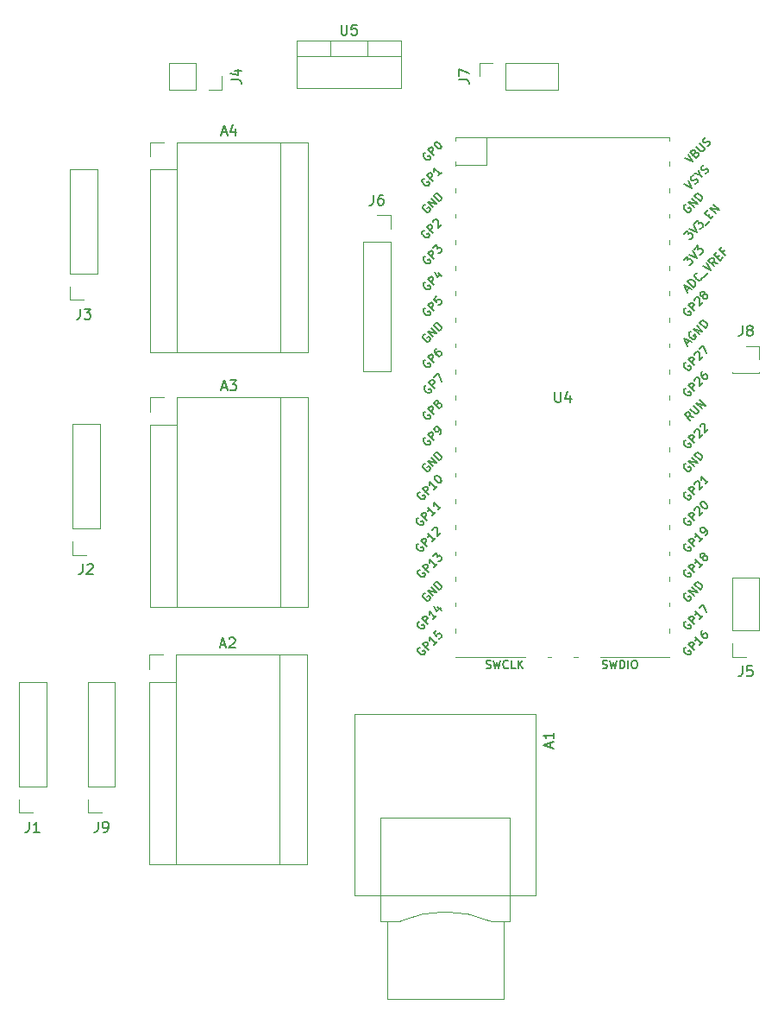
<source format=gbr>
%TF.GenerationSoftware,KiCad,Pcbnew,7.0.1*%
%TF.CreationDate,2024-01-22T18:52:22+01:00*%
%TF.ProjectId,Automatic_sampler_logic,4175746f-6d61-4746-9963-5f73616d706c,rev?*%
%TF.SameCoordinates,Original*%
%TF.FileFunction,Legend,Top*%
%TF.FilePolarity,Positive*%
%FSLAX46Y46*%
G04 Gerber Fmt 4.6, Leading zero omitted, Abs format (unit mm)*
G04 Created by KiCad (PCBNEW 7.0.1) date 2024-01-22 18:52:22*
%MOMM*%
%LPD*%
G01*
G04 APERTURE LIST*
%ADD10C,0.150000*%
%ADD11C,0.120000*%
G04 APERTURE END LIST*
D10*
%TO.C,U5*%
X135728095Y-49852619D02*
X135728095Y-50662142D01*
X135728095Y-50662142D02*
X135775714Y-50757380D01*
X135775714Y-50757380D02*
X135823333Y-50805000D01*
X135823333Y-50805000D02*
X135918571Y-50852619D01*
X135918571Y-50852619D02*
X136109047Y-50852619D01*
X136109047Y-50852619D02*
X136204285Y-50805000D01*
X136204285Y-50805000D02*
X136251904Y-50757380D01*
X136251904Y-50757380D02*
X136299523Y-50662142D01*
X136299523Y-50662142D02*
X136299523Y-49852619D01*
X137251904Y-49852619D02*
X136775714Y-49852619D01*
X136775714Y-49852619D02*
X136728095Y-50328809D01*
X136728095Y-50328809D02*
X136775714Y-50281190D01*
X136775714Y-50281190D02*
X136870952Y-50233571D01*
X136870952Y-50233571D02*
X137109047Y-50233571D01*
X137109047Y-50233571D02*
X137204285Y-50281190D01*
X137204285Y-50281190D02*
X137251904Y-50328809D01*
X137251904Y-50328809D02*
X137299523Y-50424047D01*
X137299523Y-50424047D02*
X137299523Y-50662142D01*
X137299523Y-50662142D02*
X137251904Y-50757380D01*
X137251904Y-50757380D02*
X137204285Y-50805000D01*
X137204285Y-50805000D02*
X137109047Y-50852619D01*
X137109047Y-50852619D02*
X136870952Y-50852619D01*
X136870952Y-50852619D02*
X136775714Y-50805000D01*
X136775714Y-50805000D02*
X136728095Y-50757380D01*
%TO.C,A2*%
X123885714Y-110656904D02*
X124361904Y-110656904D01*
X123790476Y-110942619D02*
X124123809Y-109942619D01*
X124123809Y-109942619D02*
X124457142Y-110942619D01*
X124742857Y-110037857D02*
X124790476Y-109990238D01*
X124790476Y-109990238D02*
X124885714Y-109942619D01*
X124885714Y-109942619D02*
X125123809Y-109942619D01*
X125123809Y-109942619D02*
X125219047Y-109990238D01*
X125219047Y-109990238D02*
X125266666Y-110037857D01*
X125266666Y-110037857D02*
X125314285Y-110133095D01*
X125314285Y-110133095D02*
X125314285Y-110228333D01*
X125314285Y-110228333D02*
X125266666Y-110371190D01*
X125266666Y-110371190D02*
X124695238Y-110942619D01*
X124695238Y-110942619D02*
X125314285Y-110942619D01*
%TO.C,J6*%
X138891666Y-66527619D02*
X138891666Y-67241904D01*
X138891666Y-67241904D02*
X138844047Y-67384761D01*
X138844047Y-67384761D02*
X138748809Y-67480000D01*
X138748809Y-67480000D02*
X138605952Y-67527619D01*
X138605952Y-67527619D02*
X138510714Y-67527619D01*
X139796428Y-66527619D02*
X139605952Y-66527619D01*
X139605952Y-66527619D02*
X139510714Y-66575238D01*
X139510714Y-66575238D02*
X139463095Y-66622857D01*
X139463095Y-66622857D02*
X139367857Y-66765714D01*
X139367857Y-66765714D02*
X139320238Y-66956190D01*
X139320238Y-66956190D02*
X139320238Y-67337142D01*
X139320238Y-67337142D02*
X139367857Y-67432380D01*
X139367857Y-67432380D02*
X139415476Y-67480000D01*
X139415476Y-67480000D02*
X139510714Y-67527619D01*
X139510714Y-67527619D02*
X139701190Y-67527619D01*
X139701190Y-67527619D02*
X139796428Y-67480000D01*
X139796428Y-67480000D02*
X139844047Y-67432380D01*
X139844047Y-67432380D02*
X139891666Y-67337142D01*
X139891666Y-67337142D02*
X139891666Y-67099047D01*
X139891666Y-67099047D02*
X139844047Y-67003809D01*
X139844047Y-67003809D02*
X139796428Y-66956190D01*
X139796428Y-66956190D02*
X139701190Y-66908571D01*
X139701190Y-66908571D02*
X139510714Y-66908571D01*
X139510714Y-66908571D02*
X139415476Y-66956190D01*
X139415476Y-66956190D02*
X139367857Y-67003809D01*
X139367857Y-67003809D02*
X139320238Y-67099047D01*
%TO.C,J1*%
X105116666Y-128012619D02*
X105116666Y-128726904D01*
X105116666Y-128726904D02*
X105069047Y-128869761D01*
X105069047Y-128869761D02*
X104973809Y-128965000D01*
X104973809Y-128965000D02*
X104830952Y-129012619D01*
X104830952Y-129012619D02*
X104735714Y-129012619D01*
X106116666Y-129012619D02*
X105545238Y-129012619D01*
X105830952Y-129012619D02*
X105830952Y-128012619D01*
X105830952Y-128012619D02*
X105735714Y-128155476D01*
X105735714Y-128155476D02*
X105640476Y-128250714D01*
X105640476Y-128250714D02*
X105545238Y-128298333D01*
%TO.C,J4*%
X124932619Y-55243333D02*
X125646904Y-55243333D01*
X125646904Y-55243333D02*
X125789761Y-55290952D01*
X125789761Y-55290952D02*
X125885000Y-55386190D01*
X125885000Y-55386190D02*
X125932619Y-55529047D01*
X125932619Y-55529047D02*
X125932619Y-55624285D01*
X125265952Y-54338571D02*
X125932619Y-54338571D01*
X124885000Y-54576666D02*
X125599285Y-54814761D01*
X125599285Y-54814761D02*
X125599285Y-54195714D01*
%TO.C,J8*%
X175116666Y-79352619D02*
X175116666Y-80066904D01*
X175116666Y-80066904D02*
X175069047Y-80209761D01*
X175069047Y-80209761D02*
X174973809Y-80305000D01*
X174973809Y-80305000D02*
X174830952Y-80352619D01*
X174830952Y-80352619D02*
X174735714Y-80352619D01*
X175735714Y-79781190D02*
X175640476Y-79733571D01*
X175640476Y-79733571D02*
X175592857Y-79685952D01*
X175592857Y-79685952D02*
X175545238Y-79590714D01*
X175545238Y-79590714D02*
X175545238Y-79543095D01*
X175545238Y-79543095D02*
X175592857Y-79447857D01*
X175592857Y-79447857D02*
X175640476Y-79400238D01*
X175640476Y-79400238D02*
X175735714Y-79352619D01*
X175735714Y-79352619D02*
X175926190Y-79352619D01*
X175926190Y-79352619D02*
X176021428Y-79400238D01*
X176021428Y-79400238D02*
X176069047Y-79447857D01*
X176069047Y-79447857D02*
X176116666Y-79543095D01*
X176116666Y-79543095D02*
X176116666Y-79590714D01*
X176116666Y-79590714D02*
X176069047Y-79685952D01*
X176069047Y-79685952D02*
X176021428Y-79733571D01*
X176021428Y-79733571D02*
X175926190Y-79781190D01*
X175926190Y-79781190D02*
X175735714Y-79781190D01*
X175735714Y-79781190D02*
X175640476Y-79828809D01*
X175640476Y-79828809D02*
X175592857Y-79876428D01*
X175592857Y-79876428D02*
X175545238Y-79971666D01*
X175545238Y-79971666D02*
X175545238Y-80162142D01*
X175545238Y-80162142D02*
X175592857Y-80257380D01*
X175592857Y-80257380D02*
X175640476Y-80305000D01*
X175640476Y-80305000D02*
X175735714Y-80352619D01*
X175735714Y-80352619D02*
X175926190Y-80352619D01*
X175926190Y-80352619D02*
X176021428Y-80305000D01*
X176021428Y-80305000D02*
X176069047Y-80257380D01*
X176069047Y-80257380D02*
X176116666Y-80162142D01*
X176116666Y-80162142D02*
X176116666Y-79971666D01*
X176116666Y-79971666D02*
X176069047Y-79876428D01*
X176069047Y-79876428D02*
X176021428Y-79828809D01*
X176021428Y-79828809D02*
X175926190Y-79781190D01*
%TO.C,J7*%
X147302619Y-55243333D02*
X148016904Y-55243333D01*
X148016904Y-55243333D02*
X148159761Y-55290952D01*
X148159761Y-55290952D02*
X148255000Y-55386190D01*
X148255000Y-55386190D02*
X148302619Y-55529047D01*
X148302619Y-55529047D02*
X148302619Y-55624285D01*
X147302619Y-54862380D02*
X147302619Y-54195714D01*
X147302619Y-54195714D02*
X148302619Y-54624285D01*
%TO.C,A1*%
X156286904Y-120694285D02*
X156286904Y-120218095D01*
X156572619Y-120789523D02*
X155572619Y-120456190D01*
X155572619Y-120456190D02*
X156572619Y-120122857D01*
X156572619Y-119265714D02*
X156572619Y-119837142D01*
X156572619Y-119551428D02*
X155572619Y-119551428D01*
X155572619Y-119551428D02*
X155715476Y-119646666D01*
X155715476Y-119646666D02*
X155810714Y-119741904D01*
X155810714Y-119741904D02*
X155858333Y-119837142D01*
%TO.C,J2*%
X110366666Y-102722619D02*
X110366666Y-103436904D01*
X110366666Y-103436904D02*
X110319047Y-103579761D01*
X110319047Y-103579761D02*
X110223809Y-103675000D01*
X110223809Y-103675000D02*
X110080952Y-103722619D01*
X110080952Y-103722619D02*
X109985714Y-103722619D01*
X110795238Y-102817857D02*
X110842857Y-102770238D01*
X110842857Y-102770238D02*
X110938095Y-102722619D01*
X110938095Y-102722619D02*
X111176190Y-102722619D01*
X111176190Y-102722619D02*
X111271428Y-102770238D01*
X111271428Y-102770238D02*
X111319047Y-102817857D01*
X111319047Y-102817857D02*
X111366666Y-102913095D01*
X111366666Y-102913095D02*
X111366666Y-103008333D01*
X111366666Y-103008333D02*
X111319047Y-103151190D01*
X111319047Y-103151190D02*
X110747619Y-103722619D01*
X110747619Y-103722619D02*
X111366666Y-103722619D01*
%TO.C,J9*%
X111866666Y-128012619D02*
X111866666Y-128726904D01*
X111866666Y-128726904D02*
X111819047Y-128869761D01*
X111819047Y-128869761D02*
X111723809Y-128965000D01*
X111723809Y-128965000D02*
X111580952Y-129012619D01*
X111580952Y-129012619D02*
X111485714Y-129012619D01*
X112390476Y-129012619D02*
X112580952Y-129012619D01*
X112580952Y-129012619D02*
X112676190Y-128965000D01*
X112676190Y-128965000D02*
X112723809Y-128917380D01*
X112723809Y-128917380D02*
X112819047Y-128774523D01*
X112819047Y-128774523D02*
X112866666Y-128584047D01*
X112866666Y-128584047D02*
X112866666Y-128203095D01*
X112866666Y-128203095D02*
X112819047Y-128107857D01*
X112819047Y-128107857D02*
X112771428Y-128060238D01*
X112771428Y-128060238D02*
X112676190Y-128012619D01*
X112676190Y-128012619D02*
X112485714Y-128012619D01*
X112485714Y-128012619D02*
X112390476Y-128060238D01*
X112390476Y-128060238D02*
X112342857Y-128107857D01*
X112342857Y-128107857D02*
X112295238Y-128203095D01*
X112295238Y-128203095D02*
X112295238Y-128441190D01*
X112295238Y-128441190D02*
X112342857Y-128536428D01*
X112342857Y-128536428D02*
X112390476Y-128584047D01*
X112390476Y-128584047D02*
X112485714Y-128631666D01*
X112485714Y-128631666D02*
X112676190Y-128631666D01*
X112676190Y-128631666D02*
X112771428Y-128584047D01*
X112771428Y-128584047D02*
X112819047Y-128536428D01*
X112819047Y-128536428D02*
X112866666Y-128441190D01*
%TO.C,J5*%
X175116666Y-112722619D02*
X175116666Y-113436904D01*
X175116666Y-113436904D02*
X175069047Y-113579761D01*
X175069047Y-113579761D02*
X174973809Y-113675000D01*
X174973809Y-113675000D02*
X174830952Y-113722619D01*
X174830952Y-113722619D02*
X174735714Y-113722619D01*
X176069047Y-112722619D02*
X175592857Y-112722619D01*
X175592857Y-112722619D02*
X175545238Y-113198809D01*
X175545238Y-113198809D02*
X175592857Y-113151190D01*
X175592857Y-113151190D02*
X175688095Y-113103571D01*
X175688095Y-113103571D02*
X175926190Y-113103571D01*
X175926190Y-113103571D02*
X176021428Y-113151190D01*
X176021428Y-113151190D02*
X176069047Y-113198809D01*
X176069047Y-113198809D02*
X176116666Y-113294047D01*
X176116666Y-113294047D02*
X176116666Y-113532142D01*
X176116666Y-113532142D02*
X176069047Y-113627380D01*
X176069047Y-113627380D02*
X176021428Y-113675000D01*
X176021428Y-113675000D02*
X175926190Y-113722619D01*
X175926190Y-113722619D02*
X175688095Y-113722619D01*
X175688095Y-113722619D02*
X175592857Y-113675000D01*
X175592857Y-113675000D02*
X175545238Y-113627380D01*
%TO.C,U4*%
X156713095Y-85842619D02*
X156713095Y-86652142D01*
X156713095Y-86652142D02*
X156760714Y-86747380D01*
X156760714Y-86747380D02*
X156808333Y-86795000D01*
X156808333Y-86795000D02*
X156903571Y-86842619D01*
X156903571Y-86842619D02*
X157094047Y-86842619D01*
X157094047Y-86842619D02*
X157189285Y-86795000D01*
X157189285Y-86795000D02*
X157236904Y-86747380D01*
X157236904Y-86747380D02*
X157284523Y-86652142D01*
X157284523Y-86652142D02*
X157284523Y-85842619D01*
X158189285Y-86175952D02*
X158189285Y-86842619D01*
X157951190Y-85795000D02*
X157713095Y-86509285D01*
X157713095Y-86509285D02*
X158332142Y-86509285D01*
X143470513Y-110906384D02*
X143389701Y-110933321D01*
X143389701Y-110933321D02*
X143308889Y-111014133D01*
X143308889Y-111014133D02*
X143255014Y-111121883D01*
X143255014Y-111121883D02*
X143255014Y-111229632D01*
X143255014Y-111229632D02*
X143281951Y-111310445D01*
X143281951Y-111310445D02*
X143362764Y-111445132D01*
X143362764Y-111445132D02*
X143443576Y-111525944D01*
X143443576Y-111525944D02*
X143578263Y-111606756D01*
X143578263Y-111606756D02*
X143659075Y-111633693D01*
X143659075Y-111633693D02*
X143766825Y-111633693D01*
X143766825Y-111633693D02*
X143874574Y-111579819D01*
X143874574Y-111579819D02*
X143928449Y-111525944D01*
X143928449Y-111525944D02*
X143982324Y-111418194D01*
X143982324Y-111418194D02*
X143982324Y-111364319D01*
X143982324Y-111364319D02*
X143793762Y-111175758D01*
X143793762Y-111175758D02*
X143686012Y-111283507D01*
X144278635Y-111175758D02*
X143712950Y-110610072D01*
X143712950Y-110610072D02*
X143928449Y-110394573D01*
X143928449Y-110394573D02*
X144009261Y-110367636D01*
X144009261Y-110367636D02*
X144063136Y-110367636D01*
X144063136Y-110367636D02*
X144143948Y-110394573D01*
X144143948Y-110394573D02*
X144224760Y-110475385D01*
X144224760Y-110475385D02*
X144251698Y-110556197D01*
X144251698Y-110556197D02*
X144251698Y-110610072D01*
X144251698Y-110610072D02*
X144224760Y-110690884D01*
X144224760Y-110690884D02*
X144009261Y-110906384D01*
X145140632Y-110313761D02*
X144817383Y-110637010D01*
X144979008Y-110475385D02*
X144413322Y-109909700D01*
X144413322Y-109909700D02*
X144440260Y-110044387D01*
X144440260Y-110044387D02*
X144440260Y-110152136D01*
X144440260Y-110152136D02*
X144413322Y-110232948D01*
X145086757Y-109236264D02*
X144817383Y-109505638D01*
X144817383Y-109505638D02*
X145059820Y-109801950D01*
X145059820Y-109801950D02*
X145059820Y-109748075D01*
X145059820Y-109748075D02*
X145086757Y-109667263D01*
X145086757Y-109667263D02*
X145221444Y-109532576D01*
X145221444Y-109532576D02*
X145302257Y-109505638D01*
X145302257Y-109505638D02*
X145356131Y-109505638D01*
X145356131Y-109505638D02*
X145436944Y-109532576D01*
X145436944Y-109532576D02*
X145571631Y-109667263D01*
X145571631Y-109667263D02*
X145598568Y-109748075D01*
X145598568Y-109748075D02*
X145598568Y-109801950D01*
X145598568Y-109801950D02*
X145571631Y-109882762D01*
X145571631Y-109882762D02*
X145436944Y-110017449D01*
X145436944Y-110017449D02*
X145356131Y-110044387D01*
X145356131Y-110044387D02*
X145302257Y-110044387D01*
X143966950Y-105583946D02*
X143886138Y-105610884D01*
X143886138Y-105610884D02*
X143805326Y-105691696D01*
X143805326Y-105691696D02*
X143751451Y-105799446D01*
X143751451Y-105799446D02*
X143751451Y-105907195D01*
X143751451Y-105907195D02*
X143778389Y-105988007D01*
X143778389Y-105988007D02*
X143859201Y-106122694D01*
X143859201Y-106122694D02*
X143940013Y-106203507D01*
X143940013Y-106203507D02*
X144074700Y-106284319D01*
X144074700Y-106284319D02*
X144155512Y-106311256D01*
X144155512Y-106311256D02*
X144263262Y-106311256D01*
X144263262Y-106311256D02*
X144371011Y-106257381D01*
X144371011Y-106257381D02*
X144424886Y-106203507D01*
X144424886Y-106203507D02*
X144478761Y-106095757D01*
X144478761Y-106095757D02*
X144478761Y-106041882D01*
X144478761Y-106041882D02*
X144290199Y-105853320D01*
X144290199Y-105853320D02*
X144182450Y-105961070D01*
X144775072Y-105853320D02*
X144209387Y-105287635D01*
X144209387Y-105287635D02*
X145098321Y-105530072D01*
X145098321Y-105530072D02*
X144532636Y-104964386D01*
X145367695Y-105260698D02*
X144802010Y-104695012D01*
X144802010Y-104695012D02*
X144936697Y-104560325D01*
X144936697Y-104560325D02*
X145044446Y-104506450D01*
X145044446Y-104506450D02*
X145152196Y-104506450D01*
X145152196Y-104506450D02*
X145233008Y-104533388D01*
X145233008Y-104533388D02*
X145367695Y-104614200D01*
X145367695Y-104614200D02*
X145448507Y-104695012D01*
X145448507Y-104695012D02*
X145529319Y-104829699D01*
X145529319Y-104829699D02*
X145556257Y-104910511D01*
X145556257Y-104910511D02*
X145556257Y-105018261D01*
X145556257Y-105018261D02*
X145502382Y-105126011D01*
X145502382Y-105126011D02*
X145367695Y-105260698D01*
X143993888Y-82697009D02*
X143913075Y-82723946D01*
X143913075Y-82723946D02*
X143832263Y-82804759D01*
X143832263Y-82804759D02*
X143778388Y-82912508D01*
X143778388Y-82912508D02*
X143778388Y-83020258D01*
X143778388Y-83020258D02*
X143805326Y-83101070D01*
X143805326Y-83101070D02*
X143886138Y-83235757D01*
X143886138Y-83235757D02*
X143966950Y-83316569D01*
X143966950Y-83316569D02*
X144101637Y-83397382D01*
X144101637Y-83397382D02*
X144182449Y-83424319D01*
X144182449Y-83424319D02*
X144290199Y-83424319D01*
X144290199Y-83424319D02*
X144397949Y-83370444D01*
X144397949Y-83370444D02*
X144451823Y-83316569D01*
X144451823Y-83316569D02*
X144505698Y-83208820D01*
X144505698Y-83208820D02*
X144505698Y-83154945D01*
X144505698Y-83154945D02*
X144317136Y-82966383D01*
X144317136Y-82966383D02*
X144209387Y-83074133D01*
X144802010Y-82966383D02*
X144236324Y-82400698D01*
X144236324Y-82400698D02*
X144451823Y-82185198D01*
X144451823Y-82185198D02*
X144532636Y-82158261D01*
X144532636Y-82158261D02*
X144586510Y-82158261D01*
X144586510Y-82158261D02*
X144667323Y-82185198D01*
X144667323Y-82185198D02*
X144748135Y-82266011D01*
X144748135Y-82266011D02*
X144775072Y-82346823D01*
X144775072Y-82346823D02*
X144775072Y-82400698D01*
X144775072Y-82400698D02*
X144748135Y-82481510D01*
X144748135Y-82481510D02*
X144532636Y-82697009D01*
X145044446Y-81592576D02*
X144936697Y-81700325D01*
X144936697Y-81700325D02*
X144909759Y-81781137D01*
X144909759Y-81781137D02*
X144909759Y-81835012D01*
X144909759Y-81835012D02*
X144936697Y-81969699D01*
X144936697Y-81969699D02*
X145017509Y-82104386D01*
X145017509Y-82104386D02*
X145233008Y-82319885D01*
X145233008Y-82319885D02*
X145313820Y-82346823D01*
X145313820Y-82346823D02*
X145367695Y-82346823D01*
X145367695Y-82346823D02*
X145448507Y-82319885D01*
X145448507Y-82319885D02*
X145556257Y-82212136D01*
X145556257Y-82212136D02*
X145583194Y-82131324D01*
X145583194Y-82131324D02*
X145583194Y-82077449D01*
X145583194Y-82077449D02*
X145556257Y-81996637D01*
X145556257Y-81996637D02*
X145421570Y-81861950D01*
X145421570Y-81861950D02*
X145340758Y-81835012D01*
X145340758Y-81835012D02*
X145286883Y-81835012D01*
X145286883Y-81835012D02*
X145206071Y-81861950D01*
X145206071Y-81861950D02*
X145098321Y-81969699D01*
X145098321Y-81969699D02*
X145071384Y-82050511D01*
X145071384Y-82050511D02*
X145071384Y-82104386D01*
X145071384Y-82104386D02*
X145098321Y-82185198D01*
X143966950Y-67483946D02*
X143886138Y-67510884D01*
X143886138Y-67510884D02*
X143805326Y-67591696D01*
X143805326Y-67591696D02*
X143751451Y-67699446D01*
X143751451Y-67699446D02*
X143751451Y-67807195D01*
X143751451Y-67807195D02*
X143778389Y-67888007D01*
X143778389Y-67888007D02*
X143859201Y-68022694D01*
X143859201Y-68022694D02*
X143940013Y-68103507D01*
X143940013Y-68103507D02*
X144074700Y-68184319D01*
X144074700Y-68184319D02*
X144155512Y-68211256D01*
X144155512Y-68211256D02*
X144263262Y-68211256D01*
X144263262Y-68211256D02*
X144371011Y-68157381D01*
X144371011Y-68157381D02*
X144424886Y-68103507D01*
X144424886Y-68103507D02*
X144478761Y-67995757D01*
X144478761Y-67995757D02*
X144478761Y-67941882D01*
X144478761Y-67941882D02*
X144290199Y-67753320D01*
X144290199Y-67753320D02*
X144182450Y-67861070D01*
X144775072Y-67753320D02*
X144209387Y-67187635D01*
X144209387Y-67187635D02*
X145098321Y-67430072D01*
X145098321Y-67430072D02*
X144532636Y-66864386D01*
X145367695Y-67160698D02*
X144802010Y-66595012D01*
X144802010Y-66595012D02*
X144936697Y-66460325D01*
X144936697Y-66460325D02*
X145044446Y-66406450D01*
X145044446Y-66406450D02*
X145152196Y-66406450D01*
X145152196Y-66406450D02*
X145233008Y-66433388D01*
X145233008Y-66433388D02*
X145367695Y-66514200D01*
X145367695Y-66514200D02*
X145448507Y-66595012D01*
X145448507Y-66595012D02*
X145529319Y-66729699D01*
X145529319Y-66729699D02*
X145556257Y-66810511D01*
X145556257Y-66810511D02*
X145556257Y-66918261D01*
X145556257Y-66918261D02*
X145502382Y-67026011D01*
X145502382Y-67026011D02*
X145367695Y-67160698D01*
X169566950Y-67483946D02*
X169486138Y-67510884D01*
X169486138Y-67510884D02*
X169405326Y-67591696D01*
X169405326Y-67591696D02*
X169351451Y-67699446D01*
X169351451Y-67699446D02*
X169351451Y-67807195D01*
X169351451Y-67807195D02*
X169378389Y-67888007D01*
X169378389Y-67888007D02*
X169459201Y-68022694D01*
X169459201Y-68022694D02*
X169540013Y-68103507D01*
X169540013Y-68103507D02*
X169674700Y-68184319D01*
X169674700Y-68184319D02*
X169755512Y-68211256D01*
X169755512Y-68211256D02*
X169863262Y-68211256D01*
X169863262Y-68211256D02*
X169971011Y-68157381D01*
X169971011Y-68157381D02*
X170024886Y-68103507D01*
X170024886Y-68103507D02*
X170078761Y-67995757D01*
X170078761Y-67995757D02*
X170078761Y-67941882D01*
X170078761Y-67941882D02*
X169890199Y-67753320D01*
X169890199Y-67753320D02*
X169782450Y-67861070D01*
X170375072Y-67753320D02*
X169809387Y-67187635D01*
X169809387Y-67187635D02*
X170698321Y-67430072D01*
X170698321Y-67430072D02*
X170132636Y-66864386D01*
X170967695Y-67160698D02*
X170402010Y-66595012D01*
X170402010Y-66595012D02*
X170536697Y-66460325D01*
X170536697Y-66460325D02*
X170644446Y-66406450D01*
X170644446Y-66406450D02*
X170752196Y-66406450D01*
X170752196Y-66406450D02*
X170833008Y-66433388D01*
X170833008Y-66433388D02*
X170967695Y-66514200D01*
X170967695Y-66514200D02*
X171048507Y-66595012D01*
X171048507Y-66595012D02*
X171129319Y-66729699D01*
X171129319Y-66729699D02*
X171156257Y-66810511D01*
X171156257Y-66810511D02*
X171156257Y-66918261D01*
X171156257Y-66918261D02*
X171102382Y-67026011D01*
X171102382Y-67026011D02*
X170967695Y-67160698D01*
X169578513Y-108366384D02*
X169497701Y-108393321D01*
X169497701Y-108393321D02*
X169416889Y-108474133D01*
X169416889Y-108474133D02*
X169363014Y-108581883D01*
X169363014Y-108581883D02*
X169363014Y-108689632D01*
X169363014Y-108689632D02*
X169389951Y-108770445D01*
X169389951Y-108770445D02*
X169470764Y-108905132D01*
X169470764Y-108905132D02*
X169551576Y-108985944D01*
X169551576Y-108985944D02*
X169686263Y-109066756D01*
X169686263Y-109066756D02*
X169767075Y-109093693D01*
X169767075Y-109093693D02*
X169874825Y-109093693D01*
X169874825Y-109093693D02*
X169982574Y-109039819D01*
X169982574Y-109039819D02*
X170036449Y-108985944D01*
X170036449Y-108985944D02*
X170090324Y-108878194D01*
X170090324Y-108878194D02*
X170090324Y-108824319D01*
X170090324Y-108824319D02*
X169901762Y-108635758D01*
X169901762Y-108635758D02*
X169794012Y-108743507D01*
X170386635Y-108635758D02*
X169820950Y-108070072D01*
X169820950Y-108070072D02*
X170036449Y-107854573D01*
X170036449Y-107854573D02*
X170117261Y-107827636D01*
X170117261Y-107827636D02*
X170171136Y-107827636D01*
X170171136Y-107827636D02*
X170251948Y-107854573D01*
X170251948Y-107854573D02*
X170332760Y-107935385D01*
X170332760Y-107935385D02*
X170359698Y-108016197D01*
X170359698Y-108016197D02*
X170359698Y-108070072D01*
X170359698Y-108070072D02*
X170332760Y-108150884D01*
X170332760Y-108150884D02*
X170117261Y-108366384D01*
X171248632Y-107773761D02*
X170925383Y-108097010D01*
X171087008Y-107935385D02*
X170521322Y-107369700D01*
X170521322Y-107369700D02*
X170548260Y-107504387D01*
X170548260Y-107504387D02*
X170548260Y-107612136D01*
X170548260Y-107612136D02*
X170521322Y-107692948D01*
X170871509Y-107019513D02*
X171248632Y-106642390D01*
X171248632Y-106642390D02*
X171571881Y-107450512D01*
X143966950Y-80183946D02*
X143886138Y-80210884D01*
X143886138Y-80210884D02*
X143805326Y-80291696D01*
X143805326Y-80291696D02*
X143751451Y-80399446D01*
X143751451Y-80399446D02*
X143751451Y-80507195D01*
X143751451Y-80507195D02*
X143778389Y-80588007D01*
X143778389Y-80588007D02*
X143859201Y-80722694D01*
X143859201Y-80722694D02*
X143940013Y-80803507D01*
X143940013Y-80803507D02*
X144074700Y-80884319D01*
X144074700Y-80884319D02*
X144155512Y-80911256D01*
X144155512Y-80911256D02*
X144263262Y-80911256D01*
X144263262Y-80911256D02*
X144371011Y-80857381D01*
X144371011Y-80857381D02*
X144424886Y-80803507D01*
X144424886Y-80803507D02*
X144478761Y-80695757D01*
X144478761Y-80695757D02*
X144478761Y-80641882D01*
X144478761Y-80641882D02*
X144290199Y-80453320D01*
X144290199Y-80453320D02*
X144182450Y-80561070D01*
X144775072Y-80453320D02*
X144209387Y-79887635D01*
X144209387Y-79887635D02*
X145098321Y-80130072D01*
X145098321Y-80130072D02*
X144532636Y-79564386D01*
X145367695Y-79860698D02*
X144802010Y-79295012D01*
X144802010Y-79295012D02*
X144936697Y-79160325D01*
X144936697Y-79160325D02*
X145044446Y-79106450D01*
X145044446Y-79106450D02*
X145152196Y-79106450D01*
X145152196Y-79106450D02*
X145233008Y-79133388D01*
X145233008Y-79133388D02*
X145367695Y-79214200D01*
X145367695Y-79214200D02*
X145448507Y-79295012D01*
X145448507Y-79295012D02*
X145529319Y-79429699D01*
X145529319Y-79429699D02*
X145556257Y-79510511D01*
X145556257Y-79510511D02*
X145556257Y-79618261D01*
X145556257Y-79618261D02*
X145502382Y-79726011D01*
X145502382Y-79726011D02*
X145367695Y-79860698D01*
X143993888Y-62377009D02*
X143913075Y-62403946D01*
X143913075Y-62403946D02*
X143832263Y-62484759D01*
X143832263Y-62484759D02*
X143778388Y-62592508D01*
X143778388Y-62592508D02*
X143778388Y-62700258D01*
X143778388Y-62700258D02*
X143805326Y-62781070D01*
X143805326Y-62781070D02*
X143886138Y-62915757D01*
X143886138Y-62915757D02*
X143966950Y-62996569D01*
X143966950Y-62996569D02*
X144101637Y-63077382D01*
X144101637Y-63077382D02*
X144182449Y-63104319D01*
X144182449Y-63104319D02*
X144290199Y-63104319D01*
X144290199Y-63104319D02*
X144397949Y-63050444D01*
X144397949Y-63050444D02*
X144451823Y-62996569D01*
X144451823Y-62996569D02*
X144505698Y-62888820D01*
X144505698Y-62888820D02*
X144505698Y-62834945D01*
X144505698Y-62834945D02*
X144317136Y-62646383D01*
X144317136Y-62646383D02*
X144209387Y-62754133D01*
X144802010Y-62646383D02*
X144236324Y-62080698D01*
X144236324Y-62080698D02*
X144451823Y-61865198D01*
X144451823Y-61865198D02*
X144532636Y-61838261D01*
X144532636Y-61838261D02*
X144586510Y-61838261D01*
X144586510Y-61838261D02*
X144667323Y-61865198D01*
X144667323Y-61865198D02*
X144748135Y-61946011D01*
X144748135Y-61946011D02*
X144775072Y-62026823D01*
X144775072Y-62026823D02*
X144775072Y-62080698D01*
X144775072Y-62080698D02*
X144748135Y-62161510D01*
X144748135Y-62161510D02*
X144532636Y-62377009D01*
X144909759Y-61407263D02*
X144963634Y-61353388D01*
X144963634Y-61353388D02*
X145044446Y-61326450D01*
X145044446Y-61326450D02*
X145098321Y-61326450D01*
X145098321Y-61326450D02*
X145179133Y-61353388D01*
X145179133Y-61353388D02*
X145313820Y-61434200D01*
X145313820Y-61434200D02*
X145448507Y-61568887D01*
X145448507Y-61568887D02*
X145529319Y-61703574D01*
X145529319Y-61703574D02*
X145556257Y-61784386D01*
X145556257Y-61784386D02*
X145556257Y-61838261D01*
X145556257Y-61838261D02*
X145529319Y-61919073D01*
X145529319Y-61919073D02*
X145475445Y-61972948D01*
X145475445Y-61972948D02*
X145394632Y-61999885D01*
X145394632Y-61999885D02*
X145340758Y-61999885D01*
X145340758Y-61999885D02*
X145259945Y-61972948D01*
X145259945Y-61972948D02*
X145125258Y-61892136D01*
X145125258Y-61892136D02*
X144990571Y-61757449D01*
X144990571Y-61757449D02*
X144909759Y-61622762D01*
X144909759Y-61622762D02*
X144882822Y-61541950D01*
X144882822Y-61541950D02*
X144882822Y-61488075D01*
X144882822Y-61488075D02*
X144909759Y-61407263D01*
X169370638Y-72876383D02*
X169720825Y-72526197D01*
X169720825Y-72526197D02*
X169747762Y-72930258D01*
X169747762Y-72930258D02*
X169828574Y-72849446D01*
X169828574Y-72849446D02*
X169909386Y-72822509D01*
X169909386Y-72822509D02*
X169963261Y-72822509D01*
X169963261Y-72822509D02*
X170044073Y-72849446D01*
X170044073Y-72849446D02*
X170178760Y-72984133D01*
X170178760Y-72984133D02*
X170205698Y-73064945D01*
X170205698Y-73064945D02*
X170205698Y-73118820D01*
X170205698Y-73118820D02*
X170178760Y-73199632D01*
X170178760Y-73199632D02*
X170017136Y-73361257D01*
X170017136Y-73361257D02*
X169936324Y-73388194D01*
X169936324Y-73388194D02*
X169882449Y-73388194D01*
X169882449Y-72364573D02*
X170636696Y-72741696D01*
X170636696Y-72741696D02*
X170259573Y-71987449D01*
X170394260Y-71852762D02*
X170744446Y-71502576D01*
X170744446Y-71502576D02*
X170771383Y-71906637D01*
X170771383Y-71906637D02*
X170852195Y-71825825D01*
X170852195Y-71825825D02*
X170933008Y-71798887D01*
X170933008Y-71798887D02*
X170986882Y-71798887D01*
X170986882Y-71798887D02*
X171067695Y-71825825D01*
X171067695Y-71825825D02*
X171202382Y-71960512D01*
X171202382Y-71960512D02*
X171229319Y-72041324D01*
X171229319Y-72041324D02*
X171229319Y-72095199D01*
X171229319Y-72095199D02*
X171202382Y-72176011D01*
X171202382Y-72176011D02*
X171040757Y-72337635D01*
X171040757Y-72337635D02*
X170959945Y-72364573D01*
X170959945Y-72364573D02*
X170906070Y-72364573D01*
X143893888Y-64907009D02*
X143813075Y-64933946D01*
X143813075Y-64933946D02*
X143732263Y-65014759D01*
X143732263Y-65014759D02*
X143678388Y-65122508D01*
X143678388Y-65122508D02*
X143678388Y-65230258D01*
X143678388Y-65230258D02*
X143705326Y-65311070D01*
X143705326Y-65311070D02*
X143786138Y-65445757D01*
X143786138Y-65445757D02*
X143866950Y-65526569D01*
X143866950Y-65526569D02*
X144001637Y-65607382D01*
X144001637Y-65607382D02*
X144082449Y-65634319D01*
X144082449Y-65634319D02*
X144190199Y-65634319D01*
X144190199Y-65634319D02*
X144297949Y-65580444D01*
X144297949Y-65580444D02*
X144351823Y-65526569D01*
X144351823Y-65526569D02*
X144405698Y-65418820D01*
X144405698Y-65418820D02*
X144405698Y-65364945D01*
X144405698Y-65364945D02*
X144217136Y-65176383D01*
X144217136Y-65176383D02*
X144109387Y-65284133D01*
X144702010Y-65176383D02*
X144136324Y-64610698D01*
X144136324Y-64610698D02*
X144351823Y-64395198D01*
X144351823Y-64395198D02*
X144432636Y-64368261D01*
X144432636Y-64368261D02*
X144486510Y-64368261D01*
X144486510Y-64368261D02*
X144567323Y-64395198D01*
X144567323Y-64395198D02*
X144648135Y-64476011D01*
X144648135Y-64476011D02*
X144675072Y-64556823D01*
X144675072Y-64556823D02*
X144675072Y-64610698D01*
X144675072Y-64610698D02*
X144648135Y-64691510D01*
X144648135Y-64691510D02*
X144432636Y-64907009D01*
X145564006Y-64314386D02*
X145240758Y-64637635D01*
X145402382Y-64476011D02*
X144836697Y-63910325D01*
X144836697Y-63910325D02*
X144863634Y-64045012D01*
X144863634Y-64045012D02*
X144863634Y-64152762D01*
X144863634Y-64152762D02*
X144836697Y-64233574D01*
X169578513Y-77632384D02*
X169497701Y-77659321D01*
X169497701Y-77659321D02*
X169416889Y-77740133D01*
X169416889Y-77740133D02*
X169363014Y-77847883D01*
X169363014Y-77847883D02*
X169363014Y-77955632D01*
X169363014Y-77955632D02*
X169389951Y-78036445D01*
X169389951Y-78036445D02*
X169470764Y-78171132D01*
X169470764Y-78171132D02*
X169551576Y-78251944D01*
X169551576Y-78251944D02*
X169686263Y-78332756D01*
X169686263Y-78332756D02*
X169767075Y-78359693D01*
X169767075Y-78359693D02*
X169874825Y-78359693D01*
X169874825Y-78359693D02*
X169982574Y-78305819D01*
X169982574Y-78305819D02*
X170036449Y-78251944D01*
X170036449Y-78251944D02*
X170090324Y-78144194D01*
X170090324Y-78144194D02*
X170090324Y-78090319D01*
X170090324Y-78090319D02*
X169901762Y-77901758D01*
X169901762Y-77901758D02*
X169794012Y-78009507D01*
X170386635Y-77901758D02*
X169820950Y-77336072D01*
X169820950Y-77336072D02*
X170036449Y-77120573D01*
X170036449Y-77120573D02*
X170117261Y-77093636D01*
X170117261Y-77093636D02*
X170171136Y-77093636D01*
X170171136Y-77093636D02*
X170251948Y-77120573D01*
X170251948Y-77120573D02*
X170332760Y-77201385D01*
X170332760Y-77201385D02*
X170359698Y-77282197D01*
X170359698Y-77282197D02*
X170359698Y-77336072D01*
X170359698Y-77336072D02*
X170332760Y-77416884D01*
X170332760Y-77416884D02*
X170117261Y-77632384D01*
X170413573Y-76851199D02*
X170413573Y-76797324D01*
X170413573Y-76797324D02*
X170440510Y-76716512D01*
X170440510Y-76716512D02*
X170575197Y-76581825D01*
X170575197Y-76581825D02*
X170656009Y-76554887D01*
X170656009Y-76554887D02*
X170709884Y-76554887D01*
X170709884Y-76554887D02*
X170790696Y-76581825D01*
X170790696Y-76581825D02*
X170844571Y-76635700D01*
X170844571Y-76635700D02*
X170898446Y-76743449D01*
X170898446Y-76743449D02*
X170898446Y-77389947D01*
X170898446Y-77389947D02*
X171248632Y-77039761D01*
X171248632Y-76393263D02*
X171167820Y-76420200D01*
X171167820Y-76420200D02*
X171113945Y-76420200D01*
X171113945Y-76420200D02*
X171033133Y-76393263D01*
X171033133Y-76393263D02*
X171006196Y-76366326D01*
X171006196Y-76366326D02*
X170979258Y-76285513D01*
X170979258Y-76285513D02*
X170979258Y-76231638D01*
X170979258Y-76231638D02*
X171006196Y-76150826D01*
X171006196Y-76150826D02*
X171113945Y-76043077D01*
X171113945Y-76043077D02*
X171194757Y-76016139D01*
X171194757Y-76016139D02*
X171248632Y-76016139D01*
X171248632Y-76016139D02*
X171329444Y-76043077D01*
X171329444Y-76043077D02*
X171356382Y-76070014D01*
X171356382Y-76070014D02*
X171383319Y-76150826D01*
X171383319Y-76150826D02*
X171383319Y-76204701D01*
X171383319Y-76204701D02*
X171356382Y-76285513D01*
X171356382Y-76285513D02*
X171248632Y-76393263D01*
X171248632Y-76393263D02*
X171221695Y-76474075D01*
X171221695Y-76474075D02*
X171221695Y-76527950D01*
X171221695Y-76527950D02*
X171248632Y-76608762D01*
X171248632Y-76608762D02*
X171356382Y-76716512D01*
X171356382Y-76716512D02*
X171437194Y-76743449D01*
X171437194Y-76743449D02*
X171491069Y-76743449D01*
X171491069Y-76743449D02*
X171571881Y-76716512D01*
X171571881Y-76716512D02*
X171679631Y-76608762D01*
X171679631Y-76608762D02*
X171706568Y-76527950D01*
X171706568Y-76527950D02*
X171706568Y-76474075D01*
X171706568Y-76474075D02*
X171679631Y-76393263D01*
X171679631Y-76393263D02*
X171571881Y-76285513D01*
X171571881Y-76285513D02*
X171491069Y-76258576D01*
X171491069Y-76258576D02*
X171437194Y-76258576D01*
X171437194Y-76258576D02*
X171356382Y-76285513D01*
X169578513Y-85506384D02*
X169497701Y-85533321D01*
X169497701Y-85533321D02*
X169416889Y-85614133D01*
X169416889Y-85614133D02*
X169363014Y-85721883D01*
X169363014Y-85721883D02*
X169363014Y-85829632D01*
X169363014Y-85829632D02*
X169389951Y-85910445D01*
X169389951Y-85910445D02*
X169470764Y-86045132D01*
X169470764Y-86045132D02*
X169551576Y-86125944D01*
X169551576Y-86125944D02*
X169686263Y-86206756D01*
X169686263Y-86206756D02*
X169767075Y-86233693D01*
X169767075Y-86233693D02*
X169874825Y-86233693D01*
X169874825Y-86233693D02*
X169982574Y-86179819D01*
X169982574Y-86179819D02*
X170036449Y-86125944D01*
X170036449Y-86125944D02*
X170090324Y-86018194D01*
X170090324Y-86018194D02*
X170090324Y-85964319D01*
X170090324Y-85964319D02*
X169901762Y-85775758D01*
X169901762Y-85775758D02*
X169794012Y-85883507D01*
X170386635Y-85775758D02*
X169820950Y-85210072D01*
X169820950Y-85210072D02*
X170036449Y-84994573D01*
X170036449Y-84994573D02*
X170117261Y-84967636D01*
X170117261Y-84967636D02*
X170171136Y-84967636D01*
X170171136Y-84967636D02*
X170251948Y-84994573D01*
X170251948Y-84994573D02*
X170332760Y-85075385D01*
X170332760Y-85075385D02*
X170359698Y-85156197D01*
X170359698Y-85156197D02*
X170359698Y-85210072D01*
X170359698Y-85210072D02*
X170332760Y-85290884D01*
X170332760Y-85290884D02*
X170117261Y-85506384D01*
X170413573Y-84725199D02*
X170413573Y-84671324D01*
X170413573Y-84671324D02*
X170440510Y-84590512D01*
X170440510Y-84590512D02*
X170575197Y-84455825D01*
X170575197Y-84455825D02*
X170656009Y-84428887D01*
X170656009Y-84428887D02*
X170709884Y-84428887D01*
X170709884Y-84428887D02*
X170790696Y-84455825D01*
X170790696Y-84455825D02*
X170844571Y-84509700D01*
X170844571Y-84509700D02*
X170898446Y-84617449D01*
X170898446Y-84617449D02*
X170898446Y-85263947D01*
X170898446Y-85263947D02*
X171248632Y-84913761D01*
X171167820Y-83863202D02*
X171060070Y-83970951D01*
X171060070Y-83970951D02*
X171033133Y-84051764D01*
X171033133Y-84051764D02*
X171033133Y-84105638D01*
X171033133Y-84105638D02*
X171060070Y-84240326D01*
X171060070Y-84240326D02*
X171140883Y-84375013D01*
X171140883Y-84375013D02*
X171356382Y-84590512D01*
X171356382Y-84590512D02*
X171437194Y-84617449D01*
X171437194Y-84617449D02*
X171491069Y-84617449D01*
X171491069Y-84617449D02*
X171571881Y-84590512D01*
X171571881Y-84590512D02*
X171679631Y-84482762D01*
X171679631Y-84482762D02*
X171706568Y-84401950D01*
X171706568Y-84401950D02*
X171706568Y-84348075D01*
X171706568Y-84348075D02*
X171679631Y-84267263D01*
X171679631Y-84267263D02*
X171544944Y-84132576D01*
X171544944Y-84132576D02*
X171464131Y-84105638D01*
X171464131Y-84105638D02*
X171410257Y-84105638D01*
X171410257Y-84105638D02*
X171329444Y-84132576D01*
X171329444Y-84132576D02*
X171221695Y-84240326D01*
X171221695Y-84240326D02*
X171194757Y-84321138D01*
X171194757Y-84321138D02*
X171194757Y-84375013D01*
X171194757Y-84375013D02*
X171221695Y-84455825D01*
X169635579Y-75919565D02*
X169904953Y-75650191D01*
X169743329Y-76135064D02*
X169366205Y-75380817D01*
X169366205Y-75380817D02*
X170120452Y-75757940D01*
X170309014Y-75569379D02*
X169743329Y-75003693D01*
X169743329Y-75003693D02*
X169878016Y-74869006D01*
X169878016Y-74869006D02*
X169985765Y-74815132D01*
X169985765Y-74815132D02*
X170093515Y-74815132D01*
X170093515Y-74815132D02*
X170174327Y-74842069D01*
X170174327Y-74842069D02*
X170309014Y-74922881D01*
X170309014Y-74922881D02*
X170389826Y-75003693D01*
X170389826Y-75003693D02*
X170470638Y-75138380D01*
X170470638Y-75138380D02*
X170497576Y-75219193D01*
X170497576Y-75219193D02*
X170497576Y-75326942D01*
X170497576Y-75326942D02*
X170443701Y-75434692D01*
X170443701Y-75434692D02*
X170309014Y-75569379D01*
X171144073Y-74626570D02*
X171144073Y-74680445D01*
X171144073Y-74680445D02*
X171090199Y-74788194D01*
X171090199Y-74788194D02*
X171036324Y-74842069D01*
X171036324Y-74842069D02*
X170928574Y-74895944D01*
X170928574Y-74895944D02*
X170820825Y-74895944D01*
X170820825Y-74895944D02*
X170740012Y-74869006D01*
X170740012Y-74869006D02*
X170605325Y-74788194D01*
X170605325Y-74788194D02*
X170524513Y-74707382D01*
X170524513Y-74707382D02*
X170443701Y-74572695D01*
X170443701Y-74572695D02*
X170416764Y-74491883D01*
X170416764Y-74491883D02*
X170416764Y-74384133D01*
X170416764Y-74384133D02*
X170470638Y-74276383D01*
X170470638Y-74276383D02*
X170524513Y-74222509D01*
X170524513Y-74222509D02*
X170632263Y-74168634D01*
X170632263Y-74168634D02*
X170686138Y-74168634D01*
X171359573Y-74626570D02*
X171790571Y-74195571D01*
X171224886Y-73522136D02*
X171979133Y-73899260D01*
X171979133Y-73899260D02*
X171602009Y-73145013D01*
X172679505Y-73198888D02*
X172221569Y-73118075D01*
X172356256Y-73522136D02*
X171790571Y-72956451D01*
X171790571Y-72956451D02*
X172006070Y-72740952D01*
X172006070Y-72740952D02*
X172086882Y-72714014D01*
X172086882Y-72714014D02*
X172140757Y-72714014D01*
X172140757Y-72714014D02*
X172221569Y-72740952D01*
X172221569Y-72740952D02*
X172302382Y-72821764D01*
X172302382Y-72821764D02*
X172329319Y-72902576D01*
X172329319Y-72902576D02*
X172329319Y-72956451D01*
X172329319Y-72956451D02*
X172302382Y-73037263D01*
X172302382Y-73037263D02*
X172086882Y-73252762D01*
X172625630Y-72660139D02*
X172814192Y-72471578D01*
X173191316Y-72687077D02*
X172921942Y-72956451D01*
X172921942Y-72956451D02*
X172356256Y-72390765D01*
X172356256Y-72390765D02*
X172625630Y-72121391D01*
X173326003Y-71959767D02*
X173137441Y-72148329D01*
X173433753Y-72444640D02*
X172868067Y-71878955D01*
X172868067Y-71878955D02*
X173137441Y-71609581D01*
X169566950Y-105583946D02*
X169486138Y-105610884D01*
X169486138Y-105610884D02*
X169405326Y-105691696D01*
X169405326Y-105691696D02*
X169351451Y-105799446D01*
X169351451Y-105799446D02*
X169351451Y-105907195D01*
X169351451Y-105907195D02*
X169378389Y-105988007D01*
X169378389Y-105988007D02*
X169459201Y-106122694D01*
X169459201Y-106122694D02*
X169540013Y-106203507D01*
X169540013Y-106203507D02*
X169674700Y-106284319D01*
X169674700Y-106284319D02*
X169755512Y-106311256D01*
X169755512Y-106311256D02*
X169863262Y-106311256D01*
X169863262Y-106311256D02*
X169971011Y-106257381D01*
X169971011Y-106257381D02*
X170024886Y-106203507D01*
X170024886Y-106203507D02*
X170078761Y-106095757D01*
X170078761Y-106095757D02*
X170078761Y-106041882D01*
X170078761Y-106041882D02*
X169890199Y-105853320D01*
X169890199Y-105853320D02*
X169782450Y-105961070D01*
X170375072Y-105853320D02*
X169809387Y-105287635D01*
X169809387Y-105287635D02*
X170698321Y-105530072D01*
X170698321Y-105530072D02*
X170132636Y-104964386D01*
X170967695Y-105260698D02*
X170402010Y-104695012D01*
X170402010Y-104695012D02*
X170536697Y-104560325D01*
X170536697Y-104560325D02*
X170644446Y-104506450D01*
X170644446Y-104506450D02*
X170752196Y-104506450D01*
X170752196Y-104506450D02*
X170833008Y-104533388D01*
X170833008Y-104533388D02*
X170967695Y-104614200D01*
X170967695Y-104614200D02*
X171048507Y-104695012D01*
X171048507Y-104695012D02*
X171129319Y-104829699D01*
X171129319Y-104829699D02*
X171156257Y-104910511D01*
X171156257Y-104910511D02*
X171156257Y-105018261D01*
X171156257Y-105018261D02*
X171102382Y-105126011D01*
X171102382Y-105126011D02*
X170967695Y-105260698D01*
X143324513Y-100746384D02*
X143243701Y-100773321D01*
X143243701Y-100773321D02*
X143162889Y-100854133D01*
X143162889Y-100854133D02*
X143109014Y-100961883D01*
X143109014Y-100961883D02*
X143109014Y-101069632D01*
X143109014Y-101069632D02*
X143135951Y-101150445D01*
X143135951Y-101150445D02*
X143216764Y-101285132D01*
X143216764Y-101285132D02*
X143297576Y-101365944D01*
X143297576Y-101365944D02*
X143432263Y-101446756D01*
X143432263Y-101446756D02*
X143513075Y-101473693D01*
X143513075Y-101473693D02*
X143620825Y-101473693D01*
X143620825Y-101473693D02*
X143728574Y-101419819D01*
X143728574Y-101419819D02*
X143782449Y-101365944D01*
X143782449Y-101365944D02*
X143836324Y-101258194D01*
X143836324Y-101258194D02*
X143836324Y-101204319D01*
X143836324Y-101204319D02*
X143647762Y-101015758D01*
X143647762Y-101015758D02*
X143540012Y-101123507D01*
X144132635Y-101015758D02*
X143566950Y-100450072D01*
X143566950Y-100450072D02*
X143782449Y-100234573D01*
X143782449Y-100234573D02*
X143863261Y-100207636D01*
X143863261Y-100207636D02*
X143917136Y-100207636D01*
X143917136Y-100207636D02*
X143997948Y-100234573D01*
X143997948Y-100234573D02*
X144078760Y-100315385D01*
X144078760Y-100315385D02*
X144105698Y-100396197D01*
X144105698Y-100396197D02*
X144105698Y-100450072D01*
X144105698Y-100450072D02*
X144078760Y-100530884D01*
X144078760Y-100530884D02*
X143863261Y-100746384D01*
X144994632Y-100153761D02*
X144671383Y-100477010D01*
X144833008Y-100315385D02*
X144267322Y-99749700D01*
X144267322Y-99749700D02*
X144294260Y-99884387D01*
X144294260Y-99884387D02*
X144294260Y-99992136D01*
X144294260Y-99992136D02*
X144267322Y-100072948D01*
X144698321Y-99426451D02*
X144698321Y-99372576D01*
X144698321Y-99372576D02*
X144725258Y-99291764D01*
X144725258Y-99291764D02*
X144859945Y-99157077D01*
X144859945Y-99157077D02*
X144940757Y-99130139D01*
X144940757Y-99130139D02*
X144994632Y-99130139D01*
X144994632Y-99130139D02*
X145075444Y-99157077D01*
X145075444Y-99157077D02*
X145129319Y-99210951D01*
X145129319Y-99210951D02*
X145183194Y-99318701D01*
X145183194Y-99318701D02*
X145183194Y-99965199D01*
X145183194Y-99965199D02*
X145533380Y-99615013D01*
X169578513Y-95676384D02*
X169497701Y-95703321D01*
X169497701Y-95703321D02*
X169416889Y-95784133D01*
X169416889Y-95784133D02*
X169363014Y-95891883D01*
X169363014Y-95891883D02*
X169363014Y-95999632D01*
X169363014Y-95999632D02*
X169389951Y-96080445D01*
X169389951Y-96080445D02*
X169470764Y-96215132D01*
X169470764Y-96215132D02*
X169551576Y-96295944D01*
X169551576Y-96295944D02*
X169686263Y-96376756D01*
X169686263Y-96376756D02*
X169767075Y-96403693D01*
X169767075Y-96403693D02*
X169874825Y-96403693D01*
X169874825Y-96403693D02*
X169982574Y-96349819D01*
X169982574Y-96349819D02*
X170036449Y-96295944D01*
X170036449Y-96295944D02*
X170090324Y-96188194D01*
X170090324Y-96188194D02*
X170090324Y-96134319D01*
X170090324Y-96134319D02*
X169901762Y-95945758D01*
X169901762Y-95945758D02*
X169794012Y-96053507D01*
X170386635Y-95945758D02*
X169820950Y-95380072D01*
X169820950Y-95380072D02*
X170036449Y-95164573D01*
X170036449Y-95164573D02*
X170117261Y-95137636D01*
X170117261Y-95137636D02*
X170171136Y-95137636D01*
X170171136Y-95137636D02*
X170251948Y-95164573D01*
X170251948Y-95164573D02*
X170332760Y-95245385D01*
X170332760Y-95245385D02*
X170359698Y-95326197D01*
X170359698Y-95326197D02*
X170359698Y-95380072D01*
X170359698Y-95380072D02*
X170332760Y-95460884D01*
X170332760Y-95460884D02*
X170117261Y-95676384D01*
X170413573Y-94895199D02*
X170413573Y-94841324D01*
X170413573Y-94841324D02*
X170440510Y-94760512D01*
X170440510Y-94760512D02*
X170575197Y-94625825D01*
X170575197Y-94625825D02*
X170656009Y-94598887D01*
X170656009Y-94598887D02*
X170709884Y-94598887D01*
X170709884Y-94598887D02*
X170790696Y-94625825D01*
X170790696Y-94625825D02*
X170844571Y-94679700D01*
X170844571Y-94679700D02*
X170898446Y-94787449D01*
X170898446Y-94787449D02*
X170898446Y-95433947D01*
X170898446Y-95433947D02*
X171248632Y-95083761D01*
X171787380Y-94545013D02*
X171464131Y-94868261D01*
X171625756Y-94706637D02*
X171060070Y-94140951D01*
X171060070Y-94140951D02*
X171087008Y-94275638D01*
X171087008Y-94275638D02*
X171087008Y-94383388D01*
X171087008Y-94383388D02*
X171060070Y-94464200D01*
X169402923Y-70344099D02*
X169753109Y-69993913D01*
X169753109Y-69993913D02*
X169780046Y-70397974D01*
X169780046Y-70397974D02*
X169860859Y-70317162D01*
X169860859Y-70317162D02*
X169941671Y-70290224D01*
X169941671Y-70290224D02*
X169995546Y-70290224D01*
X169995546Y-70290224D02*
X170076358Y-70317162D01*
X170076358Y-70317162D02*
X170211045Y-70451849D01*
X170211045Y-70451849D02*
X170237982Y-70532661D01*
X170237982Y-70532661D02*
X170237982Y-70586536D01*
X170237982Y-70586536D02*
X170211045Y-70667348D01*
X170211045Y-70667348D02*
X170049420Y-70828972D01*
X170049420Y-70828972D02*
X169968608Y-70855910D01*
X169968608Y-70855910D02*
X169914733Y-70855910D01*
X169914733Y-69832288D02*
X170668981Y-70209412D01*
X170668981Y-70209412D02*
X170291857Y-69455165D01*
X170426544Y-69320478D02*
X170776730Y-68970292D01*
X170776730Y-68970292D02*
X170803668Y-69374353D01*
X170803668Y-69374353D02*
X170884480Y-69293541D01*
X170884480Y-69293541D02*
X170965292Y-69266603D01*
X170965292Y-69266603D02*
X171019167Y-69266603D01*
X171019167Y-69266603D02*
X171099979Y-69293541D01*
X171099979Y-69293541D02*
X171234666Y-69428228D01*
X171234666Y-69428228D02*
X171261603Y-69509040D01*
X171261603Y-69509040D02*
X171261603Y-69562915D01*
X171261603Y-69562915D02*
X171234666Y-69643727D01*
X171234666Y-69643727D02*
X171073042Y-69805351D01*
X171073042Y-69805351D02*
X170992229Y-69832289D01*
X170992229Y-69832289D02*
X170938355Y-69832289D01*
X171504040Y-69482102D02*
X171935039Y-69051104D01*
X171719539Y-68566230D02*
X171908101Y-68377669D01*
X172285225Y-68593168D02*
X172015851Y-68862542D01*
X172015851Y-68862542D02*
X171450165Y-68296856D01*
X171450165Y-68296856D02*
X171719539Y-68027482D01*
X172527662Y-68350731D02*
X171961976Y-67785045D01*
X171961976Y-67785045D02*
X172850911Y-68027482D01*
X172850911Y-68027482D02*
X172285225Y-67461797D01*
X143470513Y-103286384D02*
X143389701Y-103313321D01*
X143389701Y-103313321D02*
X143308889Y-103394133D01*
X143308889Y-103394133D02*
X143255014Y-103501883D01*
X143255014Y-103501883D02*
X143255014Y-103609632D01*
X143255014Y-103609632D02*
X143281951Y-103690445D01*
X143281951Y-103690445D02*
X143362764Y-103825132D01*
X143362764Y-103825132D02*
X143443576Y-103905944D01*
X143443576Y-103905944D02*
X143578263Y-103986756D01*
X143578263Y-103986756D02*
X143659075Y-104013693D01*
X143659075Y-104013693D02*
X143766825Y-104013693D01*
X143766825Y-104013693D02*
X143874574Y-103959819D01*
X143874574Y-103959819D02*
X143928449Y-103905944D01*
X143928449Y-103905944D02*
X143982324Y-103798194D01*
X143982324Y-103798194D02*
X143982324Y-103744319D01*
X143982324Y-103744319D02*
X143793762Y-103555758D01*
X143793762Y-103555758D02*
X143686012Y-103663507D01*
X144278635Y-103555758D02*
X143712950Y-102990072D01*
X143712950Y-102990072D02*
X143928449Y-102774573D01*
X143928449Y-102774573D02*
X144009261Y-102747636D01*
X144009261Y-102747636D02*
X144063136Y-102747636D01*
X144063136Y-102747636D02*
X144143948Y-102774573D01*
X144143948Y-102774573D02*
X144224760Y-102855385D01*
X144224760Y-102855385D02*
X144251698Y-102936197D01*
X144251698Y-102936197D02*
X144251698Y-102990072D01*
X144251698Y-102990072D02*
X144224760Y-103070884D01*
X144224760Y-103070884D02*
X144009261Y-103286384D01*
X145140632Y-102693761D02*
X144817383Y-103017010D01*
X144979008Y-102855385D02*
X144413322Y-102289700D01*
X144413322Y-102289700D02*
X144440260Y-102424387D01*
X144440260Y-102424387D02*
X144440260Y-102532136D01*
X144440260Y-102532136D02*
X144413322Y-102612948D01*
X144763509Y-101939513D02*
X145113695Y-101589327D01*
X145113695Y-101589327D02*
X145140632Y-101993388D01*
X145140632Y-101993388D02*
X145221444Y-101912576D01*
X145221444Y-101912576D02*
X145302257Y-101885638D01*
X145302257Y-101885638D02*
X145356131Y-101885638D01*
X145356131Y-101885638D02*
X145436944Y-101912576D01*
X145436944Y-101912576D02*
X145571631Y-102047263D01*
X145571631Y-102047263D02*
X145598568Y-102128075D01*
X145598568Y-102128075D02*
X145598568Y-102181950D01*
X145598568Y-102181950D02*
X145571631Y-102262762D01*
X145571631Y-102262762D02*
X145410006Y-102424387D01*
X145410006Y-102424387D02*
X145329194Y-102451324D01*
X145329194Y-102451324D02*
X145275319Y-102451324D01*
X169433921Y-62913101D02*
X170188168Y-63290224D01*
X170188168Y-63290224D02*
X169811045Y-62535977D01*
X170457542Y-62428228D02*
X170565292Y-62374353D01*
X170565292Y-62374353D02*
X170619167Y-62374353D01*
X170619167Y-62374353D02*
X170699979Y-62401290D01*
X170699979Y-62401290D02*
X170780791Y-62482103D01*
X170780791Y-62482103D02*
X170807728Y-62562915D01*
X170807728Y-62562915D02*
X170807728Y-62616790D01*
X170807728Y-62616790D02*
X170780791Y-62697602D01*
X170780791Y-62697602D02*
X170565292Y-62913101D01*
X170565292Y-62913101D02*
X169999606Y-62347416D01*
X169999606Y-62347416D02*
X170188168Y-62158854D01*
X170188168Y-62158854D02*
X170268980Y-62131916D01*
X170268980Y-62131916D02*
X170322855Y-62131916D01*
X170322855Y-62131916D02*
X170403667Y-62158854D01*
X170403667Y-62158854D02*
X170457542Y-62212729D01*
X170457542Y-62212729D02*
X170484480Y-62293541D01*
X170484480Y-62293541D02*
X170484480Y-62347416D01*
X170484480Y-62347416D02*
X170457542Y-62428228D01*
X170457542Y-62428228D02*
X170268980Y-62616790D01*
X170565292Y-61781730D02*
X171023228Y-62239666D01*
X171023228Y-62239666D02*
X171104040Y-62266603D01*
X171104040Y-62266603D02*
X171157915Y-62266603D01*
X171157915Y-62266603D02*
X171238727Y-62239666D01*
X171238727Y-62239666D02*
X171346476Y-62131916D01*
X171346476Y-62131916D02*
X171373414Y-62051104D01*
X171373414Y-62051104D02*
X171373414Y-61997229D01*
X171373414Y-61997229D02*
X171346476Y-61916417D01*
X171346476Y-61916417D02*
X170888541Y-61458481D01*
X171669725Y-61754793D02*
X171777475Y-61700918D01*
X171777475Y-61700918D02*
X171912162Y-61566231D01*
X171912162Y-61566231D02*
X171939099Y-61485419D01*
X171939099Y-61485419D02*
X171939099Y-61431544D01*
X171939099Y-61431544D02*
X171912162Y-61350732D01*
X171912162Y-61350732D02*
X171858287Y-61296857D01*
X171858287Y-61296857D02*
X171777475Y-61269920D01*
X171777475Y-61269920D02*
X171723600Y-61269920D01*
X171723600Y-61269920D02*
X171642788Y-61296857D01*
X171642788Y-61296857D02*
X171508101Y-61377669D01*
X171508101Y-61377669D02*
X171427288Y-61404607D01*
X171427288Y-61404607D02*
X171373414Y-61404607D01*
X171373414Y-61404607D02*
X171292601Y-61377669D01*
X171292601Y-61377669D02*
X171238727Y-61323794D01*
X171238727Y-61323794D02*
X171211789Y-61242982D01*
X171211789Y-61242982D02*
X171211789Y-61189107D01*
X171211789Y-61189107D02*
X171238727Y-61108295D01*
X171238727Y-61108295D02*
X171373414Y-60973608D01*
X171373414Y-60973608D02*
X171481163Y-60919733D01*
X143993888Y-90317009D02*
X143913075Y-90343946D01*
X143913075Y-90343946D02*
X143832263Y-90424759D01*
X143832263Y-90424759D02*
X143778388Y-90532508D01*
X143778388Y-90532508D02*
X143778388Y-90640258D01*
X143778388Y-90640258D02*
X143805326Y-90721070D01*
X143805326Y-90721070D02*
X143886138Y-90855757D01*
X143886138Y-90855757D02*
X143966950Y-90936569D01*
X143966950Y-90936569D02*
X144101637Y-91017382D01*
X144101637Y-91017382D02*
X144182449Y-91044319D01*
X144182449Y-91044319D02*
X144290199Y-91044319D01*
X144290199Y-91044319D02*
X144397949Y-90990444D01*
X144397949Y-90990444D02*
X144451823Y-90936569D01*
X144451823Y-90936569D02*
X144505698Y-90828820D01*
X144505698Y-90828820D02*
X144505698Y-90774945D01*
X144505698Y-90774945D02*
X144317136Y-90586383D01*
X144317136Y-90586383D02*
X144209387Y-90694133D01*
X144802010Y-90586383D02*
X144236324Y-90020698D01*
X144236324Y-90020698D02*
X144451823Y-89805198D01*
X144451823Y-89805198D02*
X144532636Y-89778261D01*
X144532636Y-89778261D02*
X144586510Y-89778261D01*
X144586510Y-89778261D02*
X144667323Y-89805198D01*
X144667323Y-89805198D02*
X144748135Y-89886011D01*
X144748135Y-89886011D02*
X144775072Y-89966823D01*
X144775072Y-89966823D02*
X144775072Y-90020698D01*
X144775072Y-90020698D02*
X144748135Y-90101510D01*
X144748135Y-90101510D02*
X144532636Y-90317009D01*
X145394632Y-89993760D02*
X145502382Y-89886011D01*
X145502382Y-89886011D02*
X145529319Y-89805198D01*
X145529319Y-89805198D02*
X145529319Y-89751324D01*
X145529319Y-89751324D02*
X145502382Y-89616637D01*
X145502382Y-89616637D02*
X145421570Y-89481950D01*
X145421570Y-89481950D02*
X145206071Y-89266450D01*
X145206071Y-89266450D02*
X145125258Y-89239513D01*
X145125258Y-89239513D02*
X145071384Y-89239513D01*
X145071384Y-89239513D02*
X144990571Y-89266450D01*
X144990571Y-89266450D02*
X144882822Y-89374200D01*
X144882822Y-89374200D02*
X144855884Y-89455012D01*
X144855884Y-89455012D02*
X144855884Y-89508887D01*
X144855884Y-89508887D02*
X144882822Y-89589699D01*
X144882822Y-89589699D02*
X145017509Y-89724386D01*
X145017509Y-89724386D02*
X145098321Y-89751324D01*
X145098321Y-89751324D02*
X145152196Y-89751324D01*
X145152196Y-89751324D02*
X145233008Y-89724386D01*
X145233008Y-89724386D02*
X145340758Y-89616637D01*
X145340758Y-89616637D02*
X145367695Y-89535824D01*
X145367695Y-89535824D02*
X145367695Y-89481950D01*
X145367695Y-89481950D02*
X145340758Y-89401137D01*
X169632389Y-81126755D02*
X169901763Y-80857381D01*
X169740138Y-81342254D02*
X169363015Y-80588007D01*
X169363015Y-80588007D02*
X170117262Y-80965131D01*
X170063387Y-79941510D02*
X169982575Y-79968447D01*
X169982575Y-79968447D02*
X169901762Y-80049259D01*
X169901762Y-80049259D02*
X169847888Y-80157009D01*
X169847888Y-80157009D02*
X169847888Y-80264759D01*
X169847888Y-80264759D02*
X169874825Y-80345571D01*
X169874825Y-80345571D02*
X169955637Y-80480258D01*
X169955637Y-80480258D02*
X170036449Y-80561070D01*
X170036449Y-80561070D02*
X170171136Y-80641882D01*
X170171136Y-80641882D02*
X170251949Y-80668820D01*
X170251949Y-80668820D02*
X170359698Y-80668820D01*
X170359698Y-80668820D02*
X170467448Y-80614945D01*
X170467448Y-80614945D02*
X170521323Y-80561070D01*
X170521323Y-80561070D02*
X170575197Y-80453320D01*
X170575197Y-80453320D02*
X170575197Y-80399446D01*
X170575197Y-80399446D02*
X170386636Y-80210884D01*
X170386636Y-80210884D02*
X170278886Y-80318633D01*
X170871509Y-80210884D02*
X170305823Y-79645198D01*
X170305823Y-79645198D02*
X171194758Y-79887635D01*
X171194758Y-79887635D02*
X170629072Y-79321950D01*
X171464132Y-79618261D02*
X170898446Y-79052576D01*
X170898446Y-79052576D02*
X171033133Y-78917889D01*
X171033133Y-78917889D02*
X171140883Y-78864014D01*
X171140883Y-78864014D02*
X171248632Y-78864014D01*
X171248632Y-78864014D02*
X171329445Y-78890951D01*
X171329445Y-78890951D02*
X171464132Y-78971764D01*
X171464132Y-78971764D02*
X171544944Y-79052576D01*
X171544944Y-79052576D02*
X171625756Y-79187263D01*
X171625756Y-79187263D02*
X171652693Y-79268075D01*
X171652693Y-79268075D02*
X171652693Y-79375825D01*
X171652693Y-79375825D02*
X171598819Y-79483574D01*
X171598819Y-79483574D02*
X171464132Y-79618261D01*
X161379761Y-112912000D02*
X161494047Y-112950095D01*
X161494047Y-112950095D02*
X161684523Y-112950095D01*
X161684523Y-112950095D02*
X161760714Y-112912000D01*
X161760714Y-112912000D02*
X161798809Y-112873904D01*
X161798809Y-112873904D02*
X161836904Y-112797714D01*
X161836904Y-112797714D02*
X161836904Y-112721523D01*
X161836904Y-112721523D02*
X161798809Y-112645333D01*
X161798809Y-112645333D02*
X161760714Y-112607238D01*
X161760714Y-112607238D02*
X161684523Y-112569142D01*
X161684523Y-112569142D02*
X161532142Y-112531047D01*
X161532142Y-112531047D02*
X161455952Y-112492952D01*
X161455952Y-112492952D02*
X161417857Y-112454857D01*
X161417857Y-112454857D02*
X161379761Y-112378666D01*
X161379761Y-112378666D02*
X161379761Y-112302476D01*
X161379761Y-112302476D02*
X161417857Y-112226285D01*
X161417857Y-112226285D02*
X161455952Y-112188190D01*
X161455952Y-112188190D02*
X161532142Y-112150095D01*
X161532142Y-112150095D02*
X161722619Y-112150095D01*
X161722619Y-112150095D02*
X161836904Y-112188190D01*
X162103571Y-112150095D02*
X162294047Y-112950095D01*
X162294047Y-112950095D02*
X162446428Y-112378666D01*
X162446428Y-112378666D02*
X162598809Y-112950095D01*
X162598809Y-112950095D02*
X162789286Y-112150095D01*
X163094048Y-112950095D02*
X163094048Y-112150095D01*
X163094048Y-112150095D02*
X163284524Y-112150095D01*
X163284524Y-112150095D02*
X163398810Y-112188190D01*
X163398810Y-112188190D02*
X163475000Y-112264380D01*
X163475000Y-112264380D02*
X163513095Y-112340571D01*
X163513095Y-112340571D02*
X163551191Y-112492952D01*
X163551191Y-112492952D02*
X163551191Y-112607238D01*
X163551191Y-112607238D02*
X163513095Y-112759619D01*
X163513095Y-112759619D02*
X163475000Y-112835809D01*
X163475000Y-112835809D02*
X163398810Y-112912000D01*
X163398810Y-112912000D02*
X163284524Y-112950095D01*
X163284524Y-112950095D02*
X163094048Y-112950095D01*
X163894048Y-112950095D02*
X163894048Y-112150095D01*
X164427381Y-112150095D02*
X164579762Y-112150095D01*
X164579762Y-112150095D02*
X164655952Y-112188190D01*
X164655952Y-112188190D02*
X164732143Y-112264380D01*
X164732143Y-112264380D02*
X164770238Y-112416761D01*
X164770238Y-112416761D02*
X164770238Y-112683428D01*
X164770238Y-112683428D02*
X164732143Y-112835809D01*
X164732143Y-112835809D02*
X164655952Y-112912000D01*
X164655952Y-112912000D02*
X164579762Y-112950095D01*
X164579762Y-112950095D02*
X164427381Y-112950095D01*
X164427381Y-112950095D02*
X164351190Y-112912000D01*
X164351190Y-112912000D02*
X164275000Y-112835809D01*
X164275000Y-112835809D02*
X164236904Y-112683428D01*
X164236904Y-112683428D02*
X164236904Y-112416761D01*
X164236904Y-112416761D02*
X164275000Y-112264380D01*
X164275000Y-112264380D02*
X164351190Y-112188190D01*
X164351190Y-112188190D02*
X164427381Y-112150095D01*
X143993888Y-72537009D02*
X143913075Y-72563946D01*
X143913075Y-72563946D02*
X143832263Y-72644759D01*
X143832263Y-72644759D02*
X143778388Y-72752508D01*
X143778388Y-72752508D02*
X143778388Y-72860258D01*
X143778388Y-72860258D02*
X143805326Y-72941070D01*
X143805326Y-72941070D02*
X143886138Y-73075757D01*
X143886138Y-73075757D02*
X143966950Y-73156569D01*
X143966950Y-73156569D02*
X144101637Y-73237382D01*
X144101637Y-73237382D02*
X144182449Y-73264319D01*
X144182449Y-73264319D02*
X144290199Y-73264319D01*
X144290199Y-73264319D02*
X144397949Y-73210444D01*
X144397949Y-73210444D02*
X144451823Y-73156569D01*
X144451823Y-73156569D02*
X144505698Y-73048820D01*
X144505698Y-73048820D02*
X144505698Y-72994945D01*
X144505698Y-72994945D02*
X144317136Y-72806383D01*
X144317136Y-72806383D02*
X144209387Y-72914133D01*
X144802010Y-72806383D02*
X144236324Y-72240698D01*
X144236324Y-72240698D02*
X144451823Y-72025198D01*
X144451823Y-72025198D02*
X144532636Y-71998261D01*
X144532636Y-71998261D02*
X144586510Y-71998261D01*
X144586510Y-71998261D02*
X144667323Y-72025198D01*
X144667323Y-72025198D02*
X144748135Y-72106011D01*
X144748135Y-72106011D02*
X144775072Y-72186823D01*
X144775072Y-72186823D02*
X144775072Y-72240698D01*
X144775072Y-72240698D02*
X144748135Y-72321510D01*
X144748135Y-72321510D02*
X144532636Y-72537009D01*
X144748135Y-71728887D02*
X145098321Y-71378701D01*
X145098321Y-71378701D02*
X145125258Y-71782762D01*
X145125258Y-71782762D02*
X145206071Y-71701950D01*
X145206071Y-71701950D02*
X145286883Y-71675012D01*
X145286883Y-71675012D02*
X145340758Y-71675012D01*
X145340758Y-71675012D02*
X145421570Y-71701950D01*
X145421570Y-71701950D02*
X145556257Y-71836637D01*
X145556257Y-71836637D02*
X145583194Y-71917449D01*
X145583194Y-71917449D02*
X145583194Y-71971324D01*
X145583194Y-71971324D02*
X145556257Y-72052136D01*
X145556257Y-72052136D02*
X145394632Y-72213760D01*
X145394632Y-72213760D02*
X145313820Y-72240698D01*
X145313820Y-72240698D02*
X145259945Y-72240698D01*
X169578513Y-82976384D02*
X169497701Y-83003321D01*
X169497701Y-83003321D02*
X169416889Y-83084133D01*
X169416889Y-83084133D02*
X169363014Y-83191883D01*
X169363014Y-83191883D02*
X169363014Y-83299632D01*
X169363014Y-83299632D02*
X169389951Y-83380445D01*
X169389951Y-83380445D02*
X169470764Y-83515132D01*
X169470764Y-83515132D02*
X169551576Y-83595944D01*
X169551576Y-83595944D02*
X169686263Y-83676756D01*
X169686263Y-83676756D02*
X169767075Y-83703693D01*
X169767075Y-83703693D02*
X169874825Y-83703693D01*
X169874825Y-83703693D02*
X169982574Y-83649819D01*
X169982574Y-83649819D02*
X170036449Y-83595944D01*
X170036449Y-83595944D02*
X170090324Y-83488194D01*
X170090324Y-83488194D02*
X170090324Y-83434319D01*
X170090324Y-83434319D02*
X169901762Y-83245758D01*
X169901762Y-83245758D02*
X169794012Y-83353507D01*
X170386635Y-83245758D02*
X169820950Y-82680072D01*
X169820950Y-82680072D02*
X170036449Y-82464573D01*
X170036449Y-82464573D02*
X170117261Y-82437636D01*
X170117261Y-82437636D02*
X170171136Y-82437636D01*
X170171136Y-82437636D02*
X170251948Y-82464573D01*
X170251948Y-82464573D02*
X170332760Y-82545385D01*
X170332760Y-82545385D02*
X170359698Y-82626197D01*
X170359698Y-82626197D02*
X170359698Y-82680072D01*
X170359698Y-82680072D02*
X170332760Y-82760884D01*
X170332760Y-82760884D02*
X170117261Y-82976384D01*
X170413573Y-82195199D02*
X170413573Y-82141324D01*
X170413573Y-82141324D02*
X170440510Y-82060512D01*
X170440510Y-82060512D02*
X170575197Y-81925825D01*
X170575197Y-81925825D02*
X170656009Y-81898887D01*
X170656009Y-81898887D02*
X170709884Y-81898887D01*
X170709884Y-81898887D02*
X170790696Y-81925825D01*
X170790696Y-81925825D02*
X170844571Y-81979700D01*
X170844571Y-81979700D02*
X170898446Y-82087449D01*
X170898446Y-82087449D02*
X170898446Y-82733947D01*
X170898446Y-82733947D02*
X171248632Y-82383761D01*
X170871509Y-81629513D02*
X171248632Y-81252390D01*
X171248632Y-81252390D02*
X171571881Y-82060512D01*
X143993888Y-77617009D02*
X143913075Y-77643946D01*
X143913075Y-77643946D02*
X143832263Y-77724759D01*
X143832263Y-77724759D02*
X143778388Y-77832508D01*
X143778388Y-77832508D02*
X143778388Y-77940258D01*
X143778388Y-77940258D02*
X143805326Y-78021070D01*
X143805326Y-78021070D02*
X143886138Y-78155757D01*
X143886138Y-78155757D02*
X143966950Y-78236569D01*
X143966950Y-78236569D02*
X144101637Y-78317382D01*
X144101637Y-78317382D02*
X144182449Y-78344319D01*
X144182449Y-78344319D02*
X144290199Y-78344319D01*
X144290199Y-78344319D02*
X144397949Y-78290444D01*
X144397949Y-78290444D02*
X144451823Y-78236569D01*
X144451823Y-78236569D02*
X144505698Y-78128820D01*
X144505698Y-78128820D02*
X144505698Y-78074945D01*
X144505698Y-78074945D02*
X144317136Y-77886383D01*
X144317136Y-77886383D02*
X144209387Y-77994133D01*
X144802010Y-77886383D02*
X144236324Y-77320698D01*
X144236324Y-77320698D02*
X144451823Y-77105198D01*
X144451823Y-77105198D02*
X144532636Y-77078261D01*
X144532636Y-77078261D02*
X144586510Y-77078261D01*
X144586510Y-77078261D02*
X144667323Y-77105198D01*
X144667323Y-77105198D02*
X144748135Y-77186011D01*
X144748135Y-77186011D02*
X144775072Y-77266823D01*
X144775072Y-77266823D02*
X144775072Y-77320698D01*
X144775072Y-77320698D02*
X144748135Y-77401510D01*
X144748135Y-77401510D02*
X144532636Y-77617009D01*
X145071384Y-76485638D02*
X144802010Y-76755012D01*
X144802010Y-76755012D02*
X145044446Y-77051324D01*
X145044446Y-77051324D02*
X145044446Y-76997449D01*
X145044446Y-76997449D02*
X145071384Y-76916637D01*
X145071384Y-76916637D02*
X145206071Y-76781950D01*
X145206071Y-76781950D02*
X145286883Y-76755012D01*
X145286883Y-76755012D02*
X145340758Y-76755012D01*
X145340758Y-76755012D02*
X145421570Y-76781950D01*
X145421570Y-76781950D02*
X145556257Y-76916637D01*
X145556257Y-76916637D02*
X145583194Y-76997449D01*
X145583194Y-76997449D02*
X145583194Y-77051324D01*
X145583194Y-77051324D02*
X145556257Y-77132136D01*
X145556257Y-77132136D02*
X145421570Y-77266823D01*
X145421570Y-77266823D02*
X145340758Y-77293760D01*
X145340758Y-77293760D02*
X145286883Y-77293760D01*
X169401265Y-65455757D02*
X170155512Y-65832881D01*
X170155512Y-65832881D02*
X169778388Y-65078634D01*
X170478760Y-65455758D02*
X170586510Y-65401883D01*
X170586510Y-65401883D02*
X170721197Y-65267196D01*
X170721197Y-65267196D02*
X170748134Y-65186384D01*
X170748134Y-65186384D02*
X170748134Y-65132509D01*
X170748134Y-65132509D02*
X170721197Y-65051697D01*
X170721197Y-65051697D02*
X170667322Y-64997822D01*
X170667322Y-64997822D02*
X170586510Y-64970884D01*
X170586510Y-64970884D02*
X170532635Y-64970884D01*
X170532635Y-64970884D02*
X170451823Y-64997822D01*
X170451823Y-64997822D02*
X170317136Y-65078634D01*
X170317136Y-65078634D02*
X170236324Y-65105571D01*
X170236324Y-65105571D02*
X170182449Y-65105571D01*
X170182449Y-65105571D02*
X170101637Y-65078634D01*
X170101637Y-65078634D02*
X170047762Y-65024759D01*
X170047762Y-65024759D02*
X170020825Y-64943947D01*
X170020825Y-64943947D02*
X170020825Y-64890072D01*
X170020825Y-64890072D02*
X170047762Y-64809260D01*
X170047762Y-64809260D02*
X170182449Y-64674573D01*
X170182449Y-64674573D02*
X170290199Y-64620698D01*
X170909759Y-64539886D02*
X171179133Y-64809260D01*
X170424886Y-64432136D02*
X170909759Y-64539886D01*
X170909759Y-64539886D02*
X170802009Y-64055013D01*
X171502382Y-64432136D02*
X171610131Y-64378262D01*
X171610131Y-64378262D02*
X171744818Y-64243575D01*
X171744818Y-64243575D02*
X171771756Y-64162762D01*
X171771756Y-64162762D02*
X171771756Y-64108888D01*
X171771756Y-64108888D02*
X171744818Y-64028075D01*
X171744818Y-64028075D02*
X171690943Y-63974201D01*
X171690943Y-63974201D02*
X171610131Y-63947263D01*
X171610131Y-63947263D02*
X171556256Y-63947263D01*
X171556256Y-63947263D02*
X171475444Y-63974201D01*
X171475444Y-63974201D02*
X171340757Y-64055013D01*
X171340757Y-64055013D02*
X171259945Y-64081950D01*
X171259945Y-64081950D02*
X171206070Y-64081950D01*
X171206070Y-64081950D02*
X171125258Y-64055013D01*
X171125258Y-64055013D02*
X171071383Y-64001138D01*
X171071383Y-64001138D02*
X171044446Y-63920326D01*
X171044446Y-63920326D02*
X171044446Y-63866451D01*
X171044446Y-63866451D02*
X171071383Y-63785639D01*
X171071383Y-63785639D02*
X171206070Y-63650952D01*
X171206070Y-63650952D02*
X171313820Y-63597077D01*
X143893888Y-69997009D02*
X143813075Y-70023946D01*
X143813075Y-70023946D02*
X143732263Y-70104759D01*
X143732263Y-70104759D02*
X143678388Y-70212508D01*
X143678388Y-70212508D02*
X143678388Y-70320258D01*
X143678388Y-70320258D02*
X143705326Y-70401070D01*
X143705326Y-70401070D02*
X143786138Y-70535757D01*
X143786138Y-70535757D02*
X143866950Y-70616569D01*
X143866950Y-70616569D02*
X144001637Y-70697382D01*
X144001637Y-70697382D02*
X144082449Y-70724319D01*
X144082449Y-70724319D02*
X144190199Y-70724319D01*
X144190199Y-70724319D02*
X144297949Y-70670444D01*
X144297949Y-70670444D02*
X144351823Y-70616569D01*
X144351823Y-70616569D02*
X144405698Y-70508820D01*
X144405698Y-70508820D02*
X144405698Y-70454945D01*
X144405698Y-70454945D02*
X144217136Y-70266383D01*
X144217136Y-70266383D02*
X144109387Y-70374133D01*
X144702010Y-70266383D02*
X144136324Y-69700698D01*
X144136324Y-69700698D02*
X144351823Y-69485198D01*
X144351823Y-69485198D02*
X144432636Y-69458261D01*
X144432636Y-69458261D02*
X144486510Y-69458261D01*
X144486510Y-69458261D02*
X144567323Y-69485198D01*
X144567323Y-69485198D02*
X144648135Y-69566011D01*
X144648135Y-69566011D02*
X144675072Y-69646823D01*
X144675072Y-69646823D02*
X144675072Y-69700698D01*
X144675072Y-69700698D02*
X144648135Y-69781510D01*
X144648135Y-69781510D02*
X144432636Y-69997009D01*
X144728947Y-69215824D02*
X144728947Y-69161950D01*
X144728947Y-69161950D02*
X144755884Y-69081137D01*
X144755884Y-69081137D02*
X144890571Y-68946450D01*
X144890571Y-68946450D02*
X144971384Y-68919513D01*
X144971384Y-68919513D02*
X145025258Y-68919513D01*
X145025258Y-68919513D02*
X145106071Y-68946450D01*
X145106071Y-68946450D02*
X145159945Y-69000325D01*
X145159945Y-69000325D02*
X145213820Y-69108075D01*
X145213820Y-69108075D02*
X145213820Y-69754572D01*
X145213820Y-69754572D02*
X145564006Y-69404386D01*
X143993888Y-87777009D02*
X143913075Y-87803946D01*
X143913075Y-87803946D02*
X143832263Y-87884759D01*
X143832263Y-87884759D02*
X143778388Y-87992508D01*
X143778388Y-87992508D02*
X143778388Y-88100258D01*
X143778388Y-88100258D02*
X143805326Y-88181070D01*
X143805326Y-88181070D02*
X143886138Y-88315757D01*
X143886138Y-88315757D02*
X143966950Y-88396569D01*
X143966950Y-88396569D02*
X144101637Y-88477382D01*
X144101637Y-88477382D02*
X144182449Y-88504319D01*
X144182449Y-88504319D02*
X144290199Y-88504319D01*
X144290199Y-88504319D02*
X144397949Y-88450444D01*
X144397949Y-88450444D02*
X144451823Y-88396569D01*
X144451823Y-88396569D02*
X144505698Y-88288820D01*
X144505698Y-88288820D02*
X144505698Y-88234945D01*
X144505698Y-88234945D02*
X144317136Y-88046383D01*
X144317136Y-88046383D02*
X144209387Y-88154133D01*
X144802010Y-88046383D02*
X144236324Y-87480698D01*
X144236324Y-87480698D02*
X144451823Y-87265198D01*
X144451823Y-87265198D02*
X144532636Y-87238261D01*
X144532636Y-87238261D02*
X144586510Y-87238261D01*
X144586510Y-87238261D02*
X144667323Y-87265198D01*
X144667323Y-87265198D02*
X144748135Y-87346011D01*
X144748135Y-87346011D02*
X144775072Y-87426823D01*
X144775072Y-87426823D02*
X144775072Y-87480698D01*
X144775072Y-87480698D02*
X144748135Y-87561510D01*
X144748135Y-87561510D02*
X144532636Y-87777009D01*
X145125258Y-87076637D02*
X145044446Y-87103574D01*
X145044446Y-87103574D02*
X144990571Y-87103574D01*
X144990571Y-87103574D02*
X144909759Y-87076637D01*
X144909759Y-87076637D02*
X144882822Y-87049699D01*
X144882822Y-87049699D02*
X144855884Y-86968887D01*
X144855884Y-86968887D02*
X144855884Y-86915012D01*
X144855884Y-86915012D02*
X144882822Y-86834200D01*
X144882822Y-86834200D02*
X144990571Y-86726450D01*
X144990571Y-86726450D02*
X145071384Y-86699513D01*
X145071384Y-86699513D02*
X145125258Y-86699513D01*
X145125258Y-86699513D02*
X145206071Y-86726450D01*
X145206071Y-86726450D02*
X145233008Y-86753388D01*
X145233008Y-86753388D02*
X145259945Y-86834200D01*
X145259945Y-86834200D02*
X145259945Y-86888075D01*
X145259945Y-86888075D02*
X145233008Y-86968887D01*
X145233008Y-86968887D02*
X145125258Y-87076637D01*
X145125258Y-87076637D02*
X145098321Y-87157449D01*
X145098321Y-87157449D02*
X145098321Y-87211324D01*
X145098321Y-87211324D02*
X145125258Y-87292136D01*
X145125258Y-87292136D02*
X145233008Y-87399885D01*
X145233008Y-87399885D02*
X145313820Y-87426823D01*
X145313820Y-87426823D02*
X145367695Y-87426823D01*
X145367695Y-87426823D02*
X145448507Y-87399885D01*
X145448507Y-87399885D02*
X145556257Y-87292136D01*
X145556257Y-87292136D02*
X145583194Y-87211324D01*
X145583194Y-87211324D02*
X145583194Y-87157449D01*
X145583194Y-87157449D02*
X145556257Y-87076637D01*
X145556257Y-87076637D02*
X145448507Y-86968887D01*
X145448507Y-86968887D02*
X145367695Y-86941950D01*
X145367695Y-86941950D02*
X145313820Y-86941950D01*
X145313820Y-86941950D02*
X145233008Y-86968887D01*
X169578513Y-110906384D02*
X169497701Y-110933321D01*
X169497701Y-110933321D02*
X169416889Y-111014133D01*
X169416889Y-111014133D02*
X169363014Y-111121883D01*
X169363014Y-111121883D02*
X169363014Y-111229632D01*
X169363014Y-111229632D02*
X169389951Y-111310445D01*
X169389951Y-111310445D02*
X169470764Y-111445132D01*
X169470764Y-111445132D02*
X169551576Y-111525944D01*
X169551576Y-111525944D02*
X169686263Y-111606756D01*
X169686263Y-111606756D02*
X169767075Y-111633693D01*
X169767075Y-111633693D02*
X169874825Y-111633693D01*
X169874825Y-111633693D02*
X169982574Y-111579819D01*
X169982574Y-111579819D02*
X170036449Y-111525944D01*
X170036449Y-111525944D02*
X170090324Y-111418194D01*
X170090324Y-111418194D02*
X170090324Y-111364319D01*
X170090324Y-111364319D02*
X169901762Y-111175758D01*
X169901762Y-111175758D02*
X169794012Y-111283507D01*
X170386635Y-111175758D02*
X169820950Y-110610072D01*
X169820950Y-110610072D02*
X170036449Y-110394573D01*
X170036449Y-110394573D02*
X170117261Y-110367636D01*
X170117261Y-110367636D02*
X170171136Y-110367636D01*
X170171136Y-110367636D02*
X170251948Y-110394573D01*
X170251948Y-110394573D02*
X170332760Y-110475385D01*
X170332760Y-110475385D02*
X170359698Y-110556197D01*
X170359698Y-110556197D02*
X170359698Y-110610072D01*
X170359698Y-110610072D02*
X170332760Y-110690884D01*
X170332760Y-110690884D02*
X170117261Y-110906384D01*
X171248632Y-110313761D02*
X170925383Y-110637010D01*
X171087008Y-110475385D02*
X170521322Y-109909700D01*
X170521322Y-109909700D02*
X170548260Y-110044387D01*
X170548260Y-110044387D02*
X170548260Y-110152136D01*
X170548260Y-110152136D02*
X170521322Y-110232948D01*
X171167820Y-109263202D02*
X171060070Y-109370951D01*
X171060070Y-109370951D02*
X171033133Y-109451764D01*
X171033133Y-109451764D02*
X171033133Y-109505638D01*
X171033133Y-109505638D02*
X171060070Y-109640326D01*
X171060070Y-109640326D02*
X171140883Y-109775013D01*
X171140883Y-109775013D02*
X171356382Y-109990512D01*
X171356382Y-109990512D02*
X171437194Y-110017449D01*
X171437194Y-110017449D02*
X171491069Y-110017449D01*
X171491069Y-110017449D02*
X171571881Y-109990512D01*
X171571881Y-109990512D02*
X171679631Y-109882762D01*
X171679631Y-109882762D02*
X171706568Y-109801950D01*
X171706568Y-109801950D02*
X171706568Y-109748075D01*
X171706568Y-109748075D02*
X171679631Y-109667263D01*
X171679631Y-109667263D02*
X171544944Y-109532576D01*
X171544944Y-109532576D02*
X171464131Y-109505638D01*
X171464131Y-109505638D02*
X171410257Y-109505638D01*
X171410257Y-109505638D02*
X171329444Y-109532576D01*
X171329444Y-109532576D02*
X171221695Y-109640326D01*
X171221695Y-109640326D02*
X171194757Y-109721138D01*
X171194757Y-109721138D02*
X171194757Y-109775013D01*
X171194757Y-109775013D02*
X171221695Y-109855825D01*
X169578513Y-100746384D02*
X169497701Y-100773321D01*
X169497701Y-100773321D02*
X169416889Y-100854133D01*
X169416889Y-100854133D02*
X169363014Y-100961883D01*
X169363014Y-100961883D02*
X169363014Y-101069632D01*
X169363014Y-101069632D02*
X169389951Y-101150445D01*
X169389951Y-101150445D02*
X169470764Y-101285132D01*
X169470764Y-101285132D02*
X169551576Y-101365944D01*
X169551576Y-101365944D02*
X169686263Y-101446756D01*
X169686263Y-101446756D02*
X169767075Y-101473693D01*
X169767075Y-101473693D02*
X169874825Y-101473693D01*
X169874825Y-101473693D02*
X169982574Y-101419819D01*
X169982574Y-101419819D02*
X170036449Y-101365944D01*
X170036449Y-101365944D02*
X170090324Y-101258194D01*
X170090324Y-101258194D02*
X170090324Y-101204319D01*
X170090324Y-101204319D02*
X169901762Y-101015758D01*
X169901762Y-101015758D02*
X169794012Y-101123507D01*
X170386635Y-101015758D02*
X169820950Y-100450072D01*
X169820950Y-100450072D02*
X170036449Y-100234573D01*
X170036449Y-100234573D02*
X170117261Y-100207636D01*
X170117261Y-100207636D02*
X170171136Y-100207636D01*
X170171136Y-100207636D02*
X170251948Y-100234573D01*
X170251948Y-100234573D02*
X170332760Y-100315385D01*
X170332760Y-100315385D02*
X170359698Y-100396197D01*
X170359698Y-100396197D02*
X170359698Y-100450072D01*
X170359698Y-100450072D02*
X170332760Y-100530884D01*
X170332760Y-100530884D02*
X170117261Y-100746384D01*
X171248632Y-100153761D02*
X170925383Y-100477010D01*
X171087008Y-100315385D02*
X170521322Y-99749700D01*
X170521322Y-99749700D02*
X170548260Y-99884387D01*
X170548260Y-99884387D02*
X170548260Y-99992136D01*
X170548260Y-99992136D02*
X170521322Y-100072948D01*
X171518006Y-99884387D02*
X171625756Y-99776637D01*
X171625756Y-99776637D02*
X171652693Y-99695825D01*
X171652693Y-99695825D02*
X171652693Y-99641950D01*
X171652693Y-99641950D02*
X171625756Y-99507263D01*
X171625756Y-99507263D02*
X171544944Y-99372576D01*
X171544944Y-99372576D02*
X171329444Y-99157077D01*
X171329444Y-99157077D02*
X171248632Y-99130139D01*
X171248632Y-99130139D02*
X171194757Y-99130139D01*
X171194757Y-99130139D02*
X171113945Y-99157077D01*
X171113945Y-99157077D02*
X171006196Y-99264826D01*
X171006196Y-99264826D02*
X170979258Y-99345638D01*
X170979258Y-99345638D02*
X170979258Y-99399513D01*
X170979258Y-99399513D02*
X171006196Y-99480326D01*
X171006196Y-99480326D02*
X171140883Y-99615013D01*
X171140883Y-99615013D02*
X171221695Y-99641950D01*
X171221695Y-99641950D02*
X171275570Y-99641950D01*
X171275570Y-99641950D02*
X171356382Y-99615013D01*
X171356382Y-99615013D02*
X171464131Y-99507263D01*
X171464131Y-99507263D02*
X171491069Y-99426451D01*
X171491069Y-99426451D02*
X171491069Y-99372576D01*
X171491069Y-99372576D02*
X171464131Y-99291764D01*
X144093888Y-85207009D02*
X144013075Y-85233946D01*
X144013075Y-85233946D02*
X143932263Y-85314759D01*
X143932263Y-85314759D02*
X143878388Y-85422508D01*
X143878388Y-85422508D02*
X143878388Y-85530258D01*
X143878388Y-85530258D02*
X143905326Y-85611070D01*
X143905326Y-85611070D02*
X143986138Y-85745757D01*
X143986138Y-85745757D02*
X144066950Y-85826569D01*
X144066950Y-85826569D02*
X144201637Y-85907382D01*
X144201637Y-85907382D02*
X144282449Y-85934319D01*
X144282449Y-85934319D02*
X144390199Y-85934319D01*
X144390199Y-85934319D02*
X144497949Y-85880444D01*
X144497949Y-85880444D02*
X144551823Y-85826569D01*
X144551823Y-85826569D02*
X144605698Y-85718820D01*
X144605698Y-85718820D02*
X144605698Y-85664945D01*
X144605698Y-85664945D02*
X144417136Y-85476383D01*
X144417136Y-85476383D02*
X144309387Y-85584133D01*
X144902010Y-85476383D02*
X144336324Y-84910698D01*
X144336324Y-84910698D02*
X144551823Y-84695198D01*
X144551823Y-84695198D02*
X144632636Y-84668261D01*
X144632636Y-84668261D02*
X144686510Y-84668261D01*
X144686510Y-84668261D02*
X144767323Y-84695198D01*
X144767323Y-84695198D02*
X144848135Y-84776011D01*
X144848135Y-84776011D02*
X144875072Y-84856823D01*
X144875072Y-84856823D02*
X144875072Y-84910698D01*
X144875072Y-84910698D02*
X144848135Y-84991510D01*
X144848135Y-84991510D02*
X144632636Y-85207009D01*
X144848135Y-84398887D02*
X145225258Y-84021763D01*
X145225258Y-84021763D02*
X145548507Y-84829885D01*
X143324513Y-98206384D02*
X143243701Y-98233321D01*
X143243701Y-98233321D02*
X143162889Y-98314133D01*
X143162889Y-98314133D02*
X143109014Y-98421883D01*
X143109014Y-98421883D02*
X143109014Y-98529632D01*
X143109014Y-98529632D02*
X143135951Y-98610445D01*
X143135951Y-98610445D02*
X143216764Y-98745132D01*
X143216764Y-98745132D02*
X143297576Y-98825944D01*
X143297576Y-98825944D02*
X143432263Y-98906756D01*
X143432263Y-98906756D02*
X143513075Y-98933693D01*
X143513075Y-98933693D02*
X143620825Y-98933693D01*
X143620825Y-98933693D02*
X143728574Y-98879819D01*
X143728574Y-98879819D02*
X143782449Y-98825944D01*
X143782449Y-98825944D02*
X143836324Y-98718194D01*
X143836324Y-98718194D02*
X143836324Y-98664319D01*
X143836324Y-98664319D02*
X143647762Y-98475758D01*
X143647762Y-98475758D02*
X143540012Y-98583507D01*
X144132635Y-98475758D02*
X143566950Y-97910072D01*
X143566950Y-97910072D02*
X143782449Y-97694573D01*
X143782449Y-97694573D02*
X143863261Y-97667636D01*
X143863261Y-97667636D02*
X143917136Y-97667636D01*
X143917136Y-97667636D02*
X143997948Y-97694573D01*
X143997948Y-97694573D02*
X144078760Y-97775385D01*
X144078760Y-97775385D02*
X144105698Y-97856197D01*
X144105698Y-97856197D02*
X144105698Y-97910072D01*
X144105698Y-97910072D02*
X144078760Y-97990884D01*
X144078760Y-97990884D02*
X143863261Y-98206384D01*
X144994632Y-97613761D02*
X144671383Y-97937010D01*
X144833008Y-97775385D02*
X144267322Y-97209700D01*
X144267322Y-97209700D02*
X144294260Y-97344387D01*
X144294260Y-97344387D02*
X144294260Y-97452136D01*
X144294260Y-97452136D02*
X144267322Y-97532948D01*
X145533380Y-97075013D02*
X145210131Y-97398261D01*
X145371756Y-97236637D02*
X144806070Y-96670951D01*
X144806070Y-96670951D02*
X144833008Y-96805638D01*
X144833008Y-96805638D02*
X144833008Y-96913388D01*
X144833008Y-96913388D02*
X144806070Y-96994200D01*
X169578513Y-90586384D02*
X169497701Y-90613321D01*
X169497701Y-90613321D02*
X169416889Y-90694133D01*
X169416889Y-90694133D02*
X169363014Y-90801883D01*
X169363014Y-90801883D02*
X169363014Y-90909632D01*
X169363014Y-90909632D02*
X169389951Y-90990445D01*
X169389951Y-90990445D02*
X169470764Y-91125132D01*
X169470764Y-91125132D02*
X169551576Y-91205944D01*
X169551576Y-91205944D02*
X169686263Y-91286756D01*
X169686263Y-91286756D02*
X169767075Y-91313693D01*
X169767075Y-91313693D02*
X169874825Y-91313693D01*
X169874825Y-91313693D02*
X169982574Y-91259819D01*
X169982574Y-91259819D02*
X170036449Y-91205944D01*
X170036449Y-91205944D02*
X170090324Y-91098194D01*
X170090324Y-91098194D02*
X170090324Y-91044319D01*
X170090324Y-91044319D02*
X169901762Y-90855758D01*
X169901762Y-90855758D02*
X169794012Y-90963507D01*
X170386635Y-90855758D02*
X169820950Y-90290072D01*
X169820950Y-90290072D02*
X170036449Y-90074573D01*
X170036449Y-90074573D02*
X170117261Y-90047636D01*
X170117261Y-90047636D02*
X170171136Y-90047636D01*
X170171136Y-90047636D02*
X170251948Y-90074573D01*
X170251948Y-90074573D02*
X170332760Y-90155385D01*
X170332760Y-90155385D02*
X170359698Y-90236197D01*
X170359698Y-90236197D02*
X170359698Y-90290072D01*
X170359698Y-90290072D02*
X170332760Y-90370884D01*
X170332760Y-90370884D02*
X170117261Y-90586384D01*
X170413573Y-89805199D02*
X170413573Y-89751324D01*
X170413573Y-89751324D02*
X170440510Y-89670512D01*
X170440510Y-89670512D02*
X170575197Y-89535825D01*
X170575197Y-89535825D02*
X170656009Y-89508887D01*
X170656009Y-89508887D02*
X170709884Y-89508887D01*
X170709884Y-89508887D02*
X170790696Y-89535825D01*
X170790696Y-89535825D02*
X170844571Y-89589700D01*
X170844571Y-89589700D02*
X170898446Y-89697449D01*
X170898446Y-89697449D02*
X170898446Y-90343947D01*
X170898446Y-90343947D02*
X171248632Y-89993761D01*
X170952321Y-89266451D02*
X170952321Y-89212576D01*
X170952321Y-89212576D02*
X170979258Y-89131764D01*
X170979258Y-89131764D02*
X171113945Y-88997077D01*
X171113945Y-88997077D02*
X171194757Y-88970139D01*
X171194757Y-88970139D02*
X171248632Y-88970139D01*
X171248632Y-88970139D02*
X171329444Y-88997077D01*
X171329444Y-88997077D02*
X171383319Y-89050951D01*
X171383319Y-89050951D02*
X171437194Y-89158701D01*
X171437194Y-89158701D02*
X171437194Y-89805199D01*
X171437194Y-89805199D02*
X171787380Y-89455013D01*
X169578513Y-98206384D02*
X169497701Y-98233321D01*
X169497701Y-98233321D02*
X169416889Y-98314133D01*
X169416889Y-98314133D02*
X169363014Y-98421883D01*
X169363014Y-98421883D02*
X169363014Y-98529632D01*
X169363014Y-98529632D02*
X169389951Y-98610445D01*
X169389951Y-98610445D02*
X169470764Y-98745132D01*
X169470764Y-98745132D02*
X169551576Y-98825944D01*
X169551576Y-98825944D02*
X169686263Y-98906756D01*
X169686263Y-98906756D02*
X169767075Y-98933693D01*
X169767075Y-98933693D02*
X169874825Y-98933693D01*
X169874825Y-98933693D02*
X169982574Y-98879819D01*
X169982574Y-98879819D02*
X170036449Y-98825944D01*
X170036449Y-98825944D02*
X170090324Y-98718194D01*
X170090324Y-98718194D02*
X170090324Y-98664319D01*
X170090324Y-98664319D02*
X169901762Y-98475758D01*
X169901762Y-98475758D02*
X169794012Y-98583507D01*
X170386635Y-98475758D02*
X169820950Y-97910072D01*
X169820950Y-97910072D02*
X170036449Y-97694573D01*
X170036449Y-97694573D02*
X170117261Y-97667636D01*
X170117261Y-97667636D02*
X170171136Y-97667636D01*
X170171136Y-97667636D02*
X170251948Y-97694573D01*
X170251948Y-97694573D02*
X170332760Y-97775385D01*
X170332760Y-97775385D02*
X170359698Y-97856197D01*
X170359698Y-97856197D02*
X170359698Y-97910072D01*
X170359698Y-97910072D02*
X170332760Y-97990884D01*
X170332760Y-97990884D02*
X170117261Y-98206384D01*
X170413573Y-97425199D02*
X170413573Y-97371324D01*
X170413573Y-97371324D02*
X170440510Y-97290512D01*
X170440510Y-97290512D02*
X170575197Y-97155825D01*
X170575197Y-97155825D02*
X170656009Y-97128887D01*
X170656009Y-97128887D02*
X170709884Y-97128887D01*
X170709884Y-97128887D02*
X170790696Y-97155825D01*
X170790696Y-97155825D02*
X170844571Y-97209700D01*
X170844571Y-97209700D02*
X170898446Y-97317449D01*
X170898446Y-97317449D02*
X170898446Y-97963947D01*
X170898446Y-97963947D02*
X171248632Y-97613761D01*
X171033133Y-96697889D02*
X171087008Y-96644014D01*
X171087008Y-96644014D02*
X171167820Y-96617077D01*
X171167820Y-96617077D02*
X171221695Y-96617077D01*
X171221695Y-96617077D02*
X171302507Y-96644014D01*
X171302507Y-96644014D02*
X171437194Y-96724826D01*
X171437194Y-96724826D02*
X171571881Y-96859513D01*
X171571881Y-96859513D02*
X171652693Y-96994200D01*
X171652693Y-96994200D02*
X171679631Y-97075013D01*
X171679631Y-97075013D02*
X171679631Y-97128887D01*
X171679631Y-97128887D02*
X171652693Y-97209700D01*
X171652693Y-97209700D02*
X171598818Y-97263574D01*
X171598818Y-97263574D02*
X171518006Y-97290512D01*
X171518006Y-97290512D02*
X171464131Y-97290512D01*
X171464131Y-97290512D02*
X171383319Y-97263574D01*
X171383319Y-97263574D02*
X171248632Y-97182762D01*
X171248632Y-97182762D02*
X171113945Y-97048075D01*
X171113945Y-97048075D02*
X171033133Y-96913388D01*
X171033133Y-96913388D02*
X171006196Y-96832576D01*
X171006196Y-96832576D02*
X171006196Y-96778701D01*
X171006196Y-96778701D02*
X171033133Y-96697889D01*
X143993888Y-75077009D02*
X143913075Y-75103946D01*
X143913075Y-75103946D02*
X143832263Y-75184759D01*
X143832263Y-75184759D02*
X143778388Y-75292508D01*
X143778388Y-75292508D02*
X143778388Y-75400258D01*
X143778388Y-75400258D02*
X143805326Y-75481070D01*
X143805326Y-75481070D02*
X143886138Y-75615757D01*
X143886138Y-75615757D02*
X143966950Y-75696569D01*
X143966950Y-75696569D02*
X144101637Y-75777382D01*
X144101637Y-75777382D02*
X144182449Y-75804319D01*
X144182449Y-75804319D02*
X144290199Y-75804319D01*
X144290199Y-75804319D02*
X144397949Y-75750444D01*
X144397949Y-75750444D02*
X144451823Y-75696569D01*
X144451823Y-75696569D02*
X144505698Y-75588820D01*
X144505698Y-75588820D02*
X144505698Y-75534945D01*
X144505698Y-75534945D02*
X144317136Y-75346383D01*
X144317136Y-75346383D02*
X144209387Y-75454133D01*
X144802010Y-75346383D02*
X144236324Y-74780698D01*
X144236324Y-74780698D02*
X144451823Y-74565198D01*
X144451823Y-74565198D02*
X144532636Y-74538261D01*
X144532636Y-74538261D02*
X144586510Y-74538261D01*
X144586510Y-74538261D02*
X144667323Y-74565198D01*
X144667323Y-74565198D02*
X144748135Y-74646011D01*
X144748135Y-74646011D02*
X144775072Y-74726823D01*
X144775072Y-74726823D02*
X144775072Y-74780698D01*
X144775072Y-74780698D02*
X144748135Y-74861510D01*
X144748135Y-74861510D02*
X144532636Y-75077009D01*
X145233008Y-74161137D02*
X145610132Y-74538261D01*
X144882822Y-74080325D02*
X145152196Y-74619073D01*
X145152196Y-74619073D02*
X145502382Y-74268887D01*
X169578513Y-103286384D02*
X169497701Y-103313321D01*
X169497701Y-103313321D02*
X169416889Y-103394133D01*
X169416889Y-103394133D02*
X169363014Y-103501883D01*
X169363014Y-103501883D02*
X169363014Y-103609632D01*
X169363014Y-103609632D02*
X169389951Y-103690445D01*
X169389951Y-103690445D02*
X169470764Y-103825132D01*
X169470764Y-103825132D02*
X169551576Y-103905944D01*
X169551576Y-103905944D02*
X169686263Y-103986756D01*
X169686263Y-103986756D02*
X169767075Y-104013693D01*
X169767075Y-104013693D02*
X169874825Y-104013693D01*
X169874825Y-104013693D02*
X169982574Y-103959819D01*
X169982574Y-103959819D02*
X170036449Y-103905944D01*
X170036449Y-103905944D02*
X170090324Y-103798194D01*
X170090324Y-103798194D02*
X170090324Y-103744319D01*
X170090324Y-103744319D02*
X169901762Y-103555758D01*
X169901762Y-103555758D02*
X169794012Y-103663507D01*
X170386635Y-103555758D02*
X169820950Y-102990072D01*
X169820950Y-102990072D02*
X170036449Y-102774573D01*
X170036449Y-102774573D02*
X170117261Y-102747636D01*
X170117261Y-102747636D02*
X170171136Y-102747636D01*
X170171136Y-102747636D02*
X170251948Y-102774573D01*
X170251948Y-102774573D02*
X170332760Y-102855385D01*
X170332760Y-102855385D02*
X170359698Y-102936197D01*
X170359698Y-102936197D02*
X170359698Y-102990072D01*
X170359698Y-102990072D02*
X170332760Y-103070884D01*
X170332760Y-103070884D02*
X170117261Y-103286384D01*
X171248632Y-102693761D02*
X170925383Y-103017010D01*
X171087008Y-102855385D02*
X170521322Y-102289700D01*
X170521322Y-102289700D02*
X170548260Y-102424387D01*
X170548260Y-102424387D02*
X170548260Y-102532136D01*
X170548260Y-102532136D02*
X170521322Y-102612948D01*
X171248632Y-102047263D02*
X171167820Y-102074200D01*
X171167820Y-102074200D02*
X171113945Y-102074200D01*
X171113945Y-102074200D02*
X171033133Y-102047263D01*
X171033133Y-102047263D02*
X171006196Y-102020326D01*
X171006196Y-102020326D02*
X170979258Y-101939513D01*
X170979258Y-101939513D02*
X170979258Y-101885638D01*
X170979258Y-101885638D02*
X171006196Y-101804826D01*
X171006196Y-101804826D02*
X171113945Y-101697077D01*
X171113945Y-101697077D02*
X171194757Y-101670139D01*
X171194757Y-101670139D02*
X171248632Y-101670139D01*
X171248632Y-101670139D02*
X171329444Y-101697077D01*
X171329444Y-101697077D02*
X171356382Y-101724014D01*
X171356382Y-101724014D02*
X171383319Y-101804826D01*
X171383319Y-101804826D02*
X171383319Y-101858701D01*
X171383319Y-101858701D02*
X171356382Y-101939513D01*
X171356382Y-101939513D02*
X171248632Y-102047263D01*
X171248632Y-102047263D02*
X171221695Y-102128075D01*
X171221695Y-102128075D02*
X171221695Y-102181950D01*
X171221695Y-102181950D02*
X171248632Y-102262762D01*
X171248632Y-102262762D02*
X171356382Y-102370512D01*
X171356382Y-102370512D02*
X171437194Y-102397449D01*
X171437194Y-102397449D02*
X171491069Y-102397449D01*
X171491069Y-102397449D02*
X171571881Y-102370512D01*
X171571881Y-102370512D02*
X171679631Y-102262762D01*
X171679631Y-102262762D02*
X171706568Y-102181950D01*
X171706568Y-102181950D02*
X171706568Y-102128075D01*
X171706568Y-102128075D02*
X171679631Y-102047263D01*
X171679631Y-102047263D02*
X171571881Y-101939513D01*
X171571881Y-101939513D02*
X171491069Y-101912576D01*
X171491069Y-101912576D02*
X171437194Y-101912576D01*
X171437194Y-101912576D02*
X171356382Y-101939513D01*
X169566950Y-92883946D02*
X169486138Y-92910884D01*
X169486138Y-92910884D02*
X169405326Y-92991696D01*
X169405326Y-92991696D02*
X169351451Y-93099446D01*
X169351451Y-93099446D02*
X169351451Y-93207195D01*
X169351451Y-93207195D02*
X169378389Y-93288007D01*
X169378389Y-93288007D02*
X169459201Y-93422694D01*
X169459201Y-93422694D02*
X169540013Y-93503507D01*
X169540013Y-93503507D02*
X169674700Y-93584319D01*
X169674700Y-93584319D02*
X169755512Y-93611256D01*
X169755512Y-93611256D02*
X169863262Y-93611256D01*
X169863262Y-93611256D02*
X169971011Y-93557381D01*
X169971011Y-93557381D02*
X170024886Y-93503507D01*
X170024886Y-93503507D02*
X170078761Y-93395757D01*
X170078761Y-93395757D02*
X170078761Y-93341882D01*
X170078761Y-93341882D02*
X169890199Y-93153320D01*
X169890199Y-93153320D02*
X169782450Y-93261070D01*
X170375072Y-93153320D02*
X169809387Y-92587635D01*
X169809387Y-92587635D02*
X170698321Y-92830072D01*
X170698321Y-92830072D02*
X170132636Y-92264386D01*
X170967695Y-92560698D02*
X170402010Y-91995012D01*
X170402010Y-91995012D02*
X170536697Y-91860325D01*
X170536697Y-91860325D02*
X170644446Y-91806450D01*
X170644446Y-91806450D02*
X170752196Y-91806450D01*
X170752196Y-91806450D02*
X170833008Y-91833388D01*
X170833008Y-91833388D02*
X170967695Y-91914200D01*
X170967695Y-91914200D02*
X171048507Y-91995012D01*
X171048507Y-91995012D02*
X171129319Y-92129699D01*
X171129319Y-92129699D02*
X171156257Y-92210511D01*
X171156257Y-92210511D02*
X171156257Y-92318261D01*
X171156257Y-92318261D02*
X171102382Y-92426011D01*
X171102382Y-92426011D02*
X170967695Y-92560698D01*
X143470513Y-95666384D02*
X143389701Y-95693321D01*
X143389701Y-95693321D02*
X143308889Y-95774133D01*
X143308889Y-95774133D02*
X143255014Y-95881883D01*
X143255014Y-95881883D02*
X143255014Y-95989632D01*
X143255014Y-95989632D02*
X143281951Y-96070445D01*
X143281951Y-96070445D02*
X143362764Y-96205132D01*
X143362764Y-96205132D02*
X143443576Y-96285944D01*
X143443576Y-96285944D02*
X143578263Y-96366756D01*
X143578263Y-96366756D02*
X143659075Y-96393693D01*
X143659075Y-96393693D02*
X143766825Y-96393693D01*
X143766825Y-96393693D02*
X143874574Y-96339819D01*
X143874574Y-96339819D02*
X143928449Y-96285944D01*
X143928449Y-96285944D02*
X143982324Y-96178194D01*
X143982324Y-96178194D02*
X143982324Y-96124319D01*
X143982324Y-96124319D02*
X143793762Y-95935758D01*
X143793762Y-95935758D02*
X143686012Y-96043507D01*
X144278635Y-95935758D02*
X143712950Y-95370072D01*
X143712950Y-95370072D02*
X143928449Y-95154573D01*
X143928449Y-95154573D02*
X144009261Y-95127636D01*
X144009261Y-95127636D02*
X144063136Y-95127636D01*
X144063136Y-95127636D02*
X144143948Y-95154573D01*
X144143948Y-95154573D02*
X144224760Y-95235385D01*
X144224760Y-95235385D02*
X144251698Y-95316197D01*
X144251698Y-95316197D02*
X144251698Y-95370072D01*
X144251698Y-95370072D02*
X144224760Y-95450884D01*
X144224760Y-95450884D02*
X144009261Y-95666384D01*
X145140632Y-95073761D02*
X144817383Y-95397010D01*
X144979008Y-95235385D02*
X144413322Y-94669700D01*
X144413322Y-94669700D02*
X144440260Y-94804387D01*
X144440260Y-94804387D02*
X144440260Y-94912136D01*
X144440260Y-94912136D02*
X144413322Y-94992948D01*
X144925133Y-94157889D02*
X144979008Y-94104014D01*
X144979008Y-94104014D02*
X145059820Y-94077077D01*
X145059820Y-94077077D02*
X145113695Y-94077077D01*
X145113695Y-94077077D02*
X145194507Y-94104014D01*
X145194507Y-94104014D02*
X145329194Y-94184826D01*
X145329194Y-94184826D02*
X145463881Y-94319513D01*
X145463881Y-94319513D02*
X145544693Y-94454200D01*
X145544693Y-94454200D02*
X145571631Y-94535013D01*
X145571631Y-94535013D02*
X145571631Y-94588887D01*
X145571631Y-94588887D02*
X145544693Y-94669700D01*
X145544693Y-94669700D02*
X145490818Y-94723574D01*
X145490818Y-94723574D02*
X145410006Y-94750512D01*
X145410006Y-94750512D02*
X145356131Y-94750512D01*
X145356131Y-94750512D02*
X145275319Y-94723574D01*
X145275319Y-94723574D02*
X145140632Y-94642762D01*
X145140632Y-94642762D02*
X145005945Y-94508075D01*
X145005945Y-94508075D02*
X144925133Y-94373388D01*
X144925133Y-94373388D02*
X144898196Y-94292576D01*
X144898196Y-94292576D02*
X144898196Y-94238701D01*
X144898196Y-94238701D02*
X144925133Y-94157889D01*
X149965475Y-112912000D02*
X150079761Y-112950095D01*
X150079761Y-112950095D02*
X150270237Y-112950095D01*
X150270237Y-112950095D02*
X150346428Y-112912000D01*
X150346428Y-112912000D02*
X150384523Y-112873904D01*
X150384523Y-112873904D02*
X150422618Y-112797714D01*
X150422618Y-112797714D02*
X150422618Y-112721523D01*
X150422618Y-112721523D02*
X150384523Y-112645333D01*
X150384523Y-112645333D02*
X150346428Y-112607238D01*
X150346428Y-112607238D02*
X150270237Y-112569142D01*
X150270237Y-112569142D02*
X150117856Y-112531047D01*
X150117856Y-112531047D02*
X150041666Y-112492952D01*
X150041666Y-112492952D02*
X150003571Y-112454857D01*
X150003571Y-112454857D02*
X149965475Y-112378666D01*
X149965475Y-112378666D02*
X149965475Y-112302476D01*
X149965475Y-112302476D02*
X150003571Y-112226285D01*
X150003571Y-112226285D02*
X150041666Y-112188190D01*
X150041666Y-112188190D02*
X150117856Y-112150095D01*
X150117856Y-112150095D02*
X150308333Y-112150095D01*
X150308333Y-112150095D02*
X150422618Y-112188190D01*
X150689285Y-112150095D02*
X150879761Y-112950095D01*
X150879761Y-112950095D02*
X151032142Y-112378666D01*
X151032142Y-112378666D02*
X151184523Y-112950095D01*
X151184523Y-112950095D02*
X151375000Y-112150095D01*
X152136905Y-112873904D02*
X152098809Y-112912000D01*
X152098809Y-112912000D02*
X151984524Y-112950095D01*
X151984524Y-112950095D02*
X151908333Y-112950095D01*
X151908333Y-112950095D02*
X151794047Y-112912000D01*
X151794047Y-112912000D02*
X151717857Y-112835809D01*
X151717857Y-112835809D02*
X151679762Y-112759619D01*
X151679762Y-112759619D02*
X151641666Y-112607238D01*
X151641666Y-112607238D02*
X151641666Y-112492952D01*
X151641666Y-112492952D02*
X151679762Y-112340571D01*
X151679762Y-112340571D02*
X151717857Y-112264380D01*
X151717857Y-112264380D02*
X151794047Y-112188190D01*
X151794047Y-112188190D02*
X151908333Y-112150095D01*
X151908333Y-112150095D02*
X151984524Y-112150095D01*
X151984524Y-112150095D02*
X152098809Y-112188190D01*
X152098809Y-112188190D02*
X152136905Y-112226285D01*
X152860714Y-112950095D02*
X152479762Y-112950095D01*
X152479762Y-112950095D02*
X152479762Y-112150095D01*
X153127381Y-112950095D02*
X153127381Y-112150095D01*
X153584524Y-112950095D02*
X153241666Y-112492952D01*
X153584524Y-112150095D02*
X153127381Y-112607238D01*
X143424513Y-108366384D02*
X143343701Y-108393321D01*
X143343701Y-108393321D02*
X143262889Y-108474133D01*
X143262889Y-108474133D02*
X143209014Y-108581883D01*
X143209014Y-108581883D02*
X143209014Y-108689632D01*
X143209014Y-108689632D02*
X143235951Y-108770445D01*
X143235951Y-108770445D02*
X143316764Y-108905132D01*
X143316764Y-108905132D02*
X143397576Y-108985944D01*
X143397576Y-108985944D02*
X143532263Y-109066756D01*
X143532263Y-109066756D02*
X143613075Y-109093693D01*
X143613075Y-109093693D02*
X143720825Y-109093693D01*
X143720825Y-109093693D02*
X143828574Y-109039819D01*
X143828574Y-109039819D02*
X143882449Y-108985944D01*
X143882449Y-108985944D02*
X143936324Y-108878194D01*
X143936324Y-108878194D02*
X143936324Y-108824319D01*
X143936324Y-108824319D02*
X143747762Y-108635758D01*
X143747762Y-108635758D02*
X143640012Y-108743507D01*
X144232635Y-108635758D02*
X143666950Y-108070072D01*
X143666950Y-108070072D02*
X143882449Y-107854573D01*
X143882449Y-107854573D02*
X143963261Y-107827636D01*
X143963261Y-107827636D02*
X144017136Y-107827636D01*
X144017136Y-107827636D02*
X144097948Y-107854573D01*
X144097948Y-107854573D02*
X144178760Y-107935385D01*
X144178760Y-107935385D02*
X144205698Y-108016197D01*
X144205698Y-108016197D02*
X144205698Y-108070072D01*
X144205698Y-108070072D02*
X144178760Y-108150884D01*
X144178760Y-108150884D02*
X143963261Y-108366384D01*
X145094632Y-107773761D02*
X144771383Y-108097010D01*
X144933008Y-107935385D02*
X144367322Y-107369700D01*
X144367322Y-107369700D02*
X144394260Y-107504387D01*
X144394260Y-107504387D02*
X144394260Y-107612136D01*
X144394260Y-107612136D02*
X144367322Y-107692948D01*
X145202382Y-106911764D02*
X145579505Y-107288887D01*
X144852196Y-106830951D02*
X145121570Y-107369700D01*
X145121570Y-107369700D02*
X145471756Y-107019513D01*
X143966950Y-92883946D02*
X143886138Y-92910884D01*
X143886138Y-92910884D02*
X143805326Y-92991696D01*
X143805326Y-92991696D02*
X143751451Y-93099446D01*
X143751451Y-93099446D02*
X143751451Y-93207195D01*
X143751451Y-93207195D02*
X143778389Y-93288007D01*
X143778389Y-93288007D02*
X143859201Y-93422694D01*
X143859201Y-93422694D02*
X143940013Y-93503507D01*
X143940013Y-93503507D02*
X144074700Y-93584319D01*
X144074700Y-93584319D02*
X144155512Y-93611256D01*
X144155512Y-93611256D02*
X144263262Y-93611256D01*
X144263262Y-93611256D02*
X144371011Y-93557381D01*
X144371011Y-93557381D02*
X144424886Y-93503507D01*
X144424886Y-93503507D02*
X144478761Y-93395757D01*
X144478761Y-93395757D02*
X144478761Y-93341882D01*
X144478761Y-93341882D02*
X144290199Y-93153320D01*
X144290199Y-93153320D02*
X144182450Y-93261070D01*
X144775072Y-93153320D02*
X144209387Y-92587635D01*
X144209387Y-92587635D02*
X145098321Y-92830072D01*
X145098321Y-92830072D02*
X144532636Y-92264386D01*
X145367695Y-92560698D02*
X144802010Y-91995012D01*
X144802010Y-91995012D02*
X144936697Y-91860325D01*
X144936697Y-91860325D02*
X145044446Y-91806450D01*
X145044446Y-91806450D02*
X145152196Y-91806450D01*
X145152196Y-91806450D02*
X145233008Y-91833388D01*
X145233008Y-91833388D02*
X145367695Y-91914200D01*
X145367695Y-91914200D02*
X145448507Y-91995012D01*
X145448507Y-91995012D02*
X145529319Y-92129699D01*
X145529319Y-92129699D02*
X145556257Y-92210511D01*
X145556257Y-92210511D02*
X145556257Y-92318261D01*
X145556257Y-92318261D02*
X145502382Y-92426011D01*
X145502382Y-92426011D02*
X145367695Y-92560698D01*
X170319167Y-88329226D02*
X169861231Y-88248414D01*
X169995918Y-88652475D02*
X169430233Y-88086789D01*
X169430233Y-88086789D02*
X169645732Y-87871290D01*
X169645732Y-87871290D02*
X169726544Y-87844353D01*
X169726544Y-87844353D02*
X169780419Y-87844353D01*
X169780419Y-87844353D02*
X169861231Y-87871290D01*
X169861231Y-87871290D02*
X169942043Y-87952102D01*
X169942043Y-87952102D02*
X169968981Y-88032914D01*
X169968981Y-88032914D02*
X169968981Y-88086789D01*
X169968981Y-88086789D02*
X169942043Y-88167601D01*
X169942043Y-88167601D02*
X169726544Y-88383101D01*
X169995918Y-87521104D02*
X170453854Y-87979040D01*
X170453854Y-87979040D02*
X170534666Y-88005977D01*
X170534666Y-88005977D02*
X170588541Y-88005977D01*
X170588541Y-88005977D02*
X170669353Y-87979040D01*
X170669353Y-87979040D02*
X170777103Y-87871290D01*
X170777103Y-87871290D02*
X170804040Y-87790478D01*
X170804040Y-87790478D02*
X170804040Y-87736603D01*
X170804040Y-87736603D02*
X170777103Y-87655791D01*
X170777103Y-87655791D02*
X170319167Y-87197855D01*
X171154226Y-87494167D02*
X170588541Y-86928481D01*
X170588541Y-86928481D02*
X171477475Y-87170918D01*
X171477475Y-87170918D02*
X170911789Y-86605232D01*
%TO.C,A4*%
X123995714Y-60406904D02*
X124471904Y-60406904D01*
X123900476Y-60692619D02*
X124233809Y-59692619D01*
X124233809Y-59692619D02*
X124567142Y-60692619D01*
X125329047Y-60025952D02*
X125329047Y-60692619D01*
X125090952Y-59645000D02*
X124852857Y-60359285D01*
X124852857Y-60359285D02*
X125471904Y-60359285D01*
%TO.C,A3*%
X123995714Y-85406904D02*
X124471904Y-85406904D01*
X123900476Y-85692619D02*
X124233809Y-84692619D01*
X124233809Y-84692619D02*
X124567142Y-85692619D01*
X124805238Y-84692619D02*
X125424285Y-84692619D01*
X125424285Y-84692619D02*
X125090952Y-85073571D01*
X125090952Y-85073571D02*
X125233809Y-85073571D01*
X125233809Y-85073571D02*
X125329047Y-85121190D01*
X125329047Y-85121190D02*
X125376666Y-85168809D01*
X125376666Y-85168809D02*
X125424285Y-85264047D01*
X125424285Y-85264047D02*
X125424285Y-85502142D01*
X125424285Y-85502142D02*
X125376666Y-85597380D01*
X125376666Y-85597380D02*
X125329047Y-85645000D01*
X125329047Y-85645000D02*
X125233809Y-85692619D01*
X125233809Y-85692619D02*
X124948095Y-85692619D01*
X124948095Y-85692619D02*
X124852857Y-85645000D01*
X124852857Y-85645000D02*
X124805238Y-85597380D01*
%TO.C,J3*%
X110116666Y-77722619D02*
X110116666Y-78436904D01*
X110116666Y-78436904D02*
X110069047Y-78579761D01*
X110069047Y-78579761D02*
X109973809Y-78675000D01*
X109973809Y-78675000D02*
X109830952Y-78722619D01*
X109830952Y-78722619D02*
X109735714Y-78722619D01*
X110497619Y-77722619D02*
X111116666Y-77722619D01*
X111116666Y-77722619D02*
X110783333Y-78103571D01*
X110783333Y-78103571D02*
X110926190Y-78103571D01*
X110926190Y-78103571D02*
X111021428Y-78151190D01*
X111021428Y-78151190D02*
X111069047Y-78198809D01*
X111069047Y-78198809D02*
X111116666Y-78294047D01*
X111116666Y-78294047D02*
X111116666Y-78532142D01*
X111116666Y-78532142D02*
X111069047Y-78627380D01*
X111069047Y-78627380D02*
X111021428Y-78675000D01*
X111021428Y-78675000D02*
X110926190Y-78722619D01*
X110926190Y-78722619D02*
X110640476Y-78722619D01*
X110640476Y-78722619D02*
X110545238Y-78675000D01*
X110545238Y-78675000D02*
X110497619Y-78627380D01*
D11*
%TO.C,U5*%
X131370000Y-51390000D02*
X131370000Y-56031000D01*
X131370000Y-51390000D02*
X141610000Y-51390000D01*
X131370000Y-52900000D02*
X141610000Y-52900000D01*
X131370000Y-56031000D02*
X141610000Y-56031000D01*
X134640000Y-51390000D02*
X134640000Y-52900000D01*
X138341000Y-51390000D02*
X138341000Y-52900000D01*
X141610000Y-51390000D02*
X141610000Y-56031000D01*
%TO.C,A2*%
X116850000Y-111620000D02*
X116850000Y-113020000D01*
X116850000Y-114290000D02*
X116850000Y-132200000D01*
X116850000Y-132200000D02*
X132350000Y-132200000D01*
X118250000Y-111620000D02*
X116850000Y-111620000D01*
X119520000Y-111620000D02*
X119520000Y-114290000D01*
X119520000Y-114290000D02*
X116850000Y-114290000D01*
X119520000Y-114290000D02*
X119520000Y-132200000D01*
X129680000Y-111620000D02*
X129680000Y-132200000D01*
X132350000Y-111620000D02*
X119520000Y-111620000D01*
X132350000Y-132200000D02*
X132350000Y-111620000D01*
%TO.C,J6*%
X137895000Y-71105000D02*
X137895000Y-83865000D01*
X137895000Y-71105000D02*
X140555000Y-71105000D01*
X137895000Y-83865000D02*
X140555000Y-83865000D01*
X139225000Y-68505000D02*
X140555000Y-68505000D01*
X140555000Y-68505000D02*
X140555000Y-69835000D01*
X140555000Y-71105000D02*
X140555000Y-83865000D01*
%TO.C,J1*%
X106780000Y-124510000D02*
X106780000Y-114290000D01*
X106780000Y-124510000D02*
X104120000Y-124510000D01*
X106780000Y-114290000D02*
X104120000Y-114290000D01*
X105450000Y-127110000D02*
X104120000Y-127110000D01*
X104120000Y-127110000D02*
X104120000Y-125780000D01*
X104120000Y-124510000D02*
X104120000Y-114290000D01*
%TO.C,J4*%
X121430000Y-53580000D02*
X118830000Y-53580000D01*
X121430000Y-53580000D02*
X121430000Y-56240000D01*
X118830000Y-53580000D02*
X118830000Y-56240000D01*
X124030000Y-54910000D02*
X124030000Y-56240000D01*
X124030000Y-56240000D02*
X122700000Y-56240000D01*
X121430000Y-56240000D02*
X118830000Y-56240000D01*
%TO.C,J8*%
X174120000Y-83870000D02*
X174120000Y-83990000D01*
X174120000Y-83990000D02*
X176780000Y-83990000D01*
X175450000Y-81330000D02*
X176780000Y-81330000D01*
X176780000Y-81330000D02*
X176780000Y-82660000D01*
X176780000Y-83870000D02*
X176780000Y-83990000D01*
%TO.C,J7*%
X151880000Y-56240000D02*
X157020000Y-56240000D01*
X151880000Y-56240000D02*
X151880000Y-53580000D01*
X157020000Y-56240000D02*
X157020000Y-53580000D01*
X149280000Y-54910000D02*
X149280000Y-53580000D01*
X149280000Y-53580000D02*
X150610000Y-53580000D01*
X151880000Y-53580000D02*
X157020000Y-53580000D01*
%TO.C,A1*%
X154840000Y-117440000D02*
X154840000Y-135220000D01*
X137060000Y-117440000D02*
X154840000Y-117440000D01*
X152300000Y-127600000D02*
X139600000Y-127600000D01*
X152300000Y-127600000D02*
X152300000Y-137760000D01*
X139600000Y-127600000D02*
X139600000Y-137760000D01*
X154840000Y-135220000D02*
X137060000Y-135220000D01*
X137060000Y-135220000D02*
X137060000Y-117440000D01*
X152300000Y-137760000D02*
X150395000Y-137760000D01*
X151665000Y-137760000D02*
X151665000Y-145380000D01*
X139600000Y-137760000D02*
X141505000Y-137760000D01*
X151665000Y-145380000D02*
X140235000Y-145380000D01*
X140235000Y-145380000D02*
X140235000Y-137760000D01*
X150395000Y-137760001D02*
G75*
G03*
X141505001Y-137760001I-4445000J-10159999D01*
G01*
%TO.C,J2*%
X112030000Y-99220000D02*
X112030000Y-89000000D01*
X112030000Y-99220000D02*
X109370000Y-99220000D01*
X112030000Y-89000000D02*
X109370000Y-89000000D01*
X110700000Y-101820000D02*
X109370000Y-101820000D01*
X109370000Y-101820000D02*
X109370000Y-100490000D01*
X109370000Y-99220000D02*
X109370000Y-89000000D01*
%TO.C,J9*%
X113530000Y-124510000D02*
X113530000Y-114290000D01*
X113530000Y-124510000D02*
X110870000Y-124510000D01*
X113530000Y-114290000D02*
X110870000Y-114290000D01*
X112200000Y-127110000D02*
X110870000Y-127110000D01*
X110870000Y-127110000D02*
X110870000Y-125780000D01*
X110870000Y-124510000D02*
X110870000Y-114290000D01*
%TO.C,J5*%
X176780000Y-109220000D02*
X176780000Y-104080000D01*
X176780000Y-109220000D02*
X174120000Y-109220000D01*
X176780000Y-104080000D02*
X174120000Y-104080000D01*
X175450000Y-111820000D02*
X174120000Y-111820000D01*
X174120000Y-111820000D02*
X174120000Y-110490000D01*
X174120000Y-109220000D02*
X174120000Y-104080000D01*
%TO.C,U4*%
X146975000Y-60880000D02*
X146975000Y-61180000D01*
X146975000Y-60880000D02*
X167975000Y-60880000D01*
X146975000Y-63280000D02*
X146975000Y-63680000D01*
X146975000Y-63547000D02*
X149982000Y-63547000D01*
X146975000Y-65880000D02*
X146975000Y-66280000D01*
X146975000Y-68380000D02*
X146975000Y-68780000D01*
X146975000Y-70980000D02*
X146975000Y-71380000D01*
X146975000Y-73480000D02*
X146975000Y-73880000D01*
X146975000Y-75980000D02*
X146975000Y-76380000D01*
X146975000Y-78580000D02*
X146975000Y-78980000D01*
X146975000Y-81080000D02*
X146975000Y-81480000D01*
X146975000Y-83680000D02*
X146975000Y-84080000D01*
X146975000Y-86180000D02*
X146975000Y-86580000D01*
X146975000Y-88680000D02*
X146975000Y-89080000D01*
X146975000Y-91280000D02*
X146975000Y-91680000D01*
X146975000Y-93780000D02*
X146975000Y-94180000D01*
X146975000Y-96380000D02*
X146975000Y-96780000D01*
X146975000Y-98880000D02*
X146975000Y-99280000D01*
X146975000Y-101480000D02*
X146975000Y-101880000D01*
X146975000Y-103980000D02*
X146975000Y-104380000D01*
X146975000Y-106480000D02*
X146975000Y-106880000D01*
X146975000Y-109080000D02*
X146975000Y-109480000D01*
X149982000Y-63547000D02*
X149982000Y-60880000D01*
X153775000Y-111880000D02*
X146975000Y-111880000D01*
X155975000Y-111880000D02*
X156375000Y-111880000D01*
X158575000Y-111880000D02*
X158975000Y-111880000D01*
X167975000Y-60880000D02*
X167975000Y-61180000D01*
X167975000Y-63280000D02*
X167975000Y-63680000D01*
X167975000Y-65880000D02*
X167975000Y-66280000D01*
X167975000Y-68380000D02*
X167975000Y-68780000D01*
X167975000Y-70980000D02*
X167975000Y-71380000D01*
X167975000Y-73480000D02*
X167975000Y-73880000D01*
X167975000Y-75980000D02*
X167975000Y-76380000D01*
X167975000Y-78580000D02*
X167975000Y-78980000D01*
X167975000Y-81080000D02*
X167975000Y-81480000D01*
X167975000Y-83680000D02*
X167975000Y-84080000D01*
X167975000Y-86180000D02*
X167975000Y-86580000D01*
X167975000Y-88680000D02*
X167975000Y-89080000D01*
X167975000Y-91280000D02*
X167975000Y-91680000D01*
X167975000Y-93780000D02*
X167975000Y-94180000D01*
X167975000Y-96380000D02*
X167975000Y-96780000D01*
X167975000Y-98880000D02*
X167975000Y-99280000D01*
X167975000Y-101480000D02*
X167975000Y-101880000D01*
X167975000Y-103980000D02*
X167975000Y-104380000D01*
X167975000Y-106480000D02*
X167975000Y-106880000D01*
X167975000Y-109080000D02*
X167975000Y-109480000D01*
X167975000Y-111880000D02*
X161175000Y-111880000D01*
%TO.C,A4*%
X116960000Y-61370000D02*
X116960000Y-62770000D01*
X116960000Y-64040000D02*
X116960000Y-81950000D01*
X116960000Y-81950000D02*
X132460000Y-81950000D01*
X118360000Y-61370000D02*
X116960000Y-61370000D01*
X119630000Y-61370000D02*
X119630000Y-64040000D01*
X119630000Y-64040000D02*
X116960000Y-64040000D01*
X119630000Y-64040000D02*
X119630000Y-81950000D01*
X129790000Y-61370000D02*
X129790000Y-81950000D01*
X132460000Y-61370000D02*
X119630000Y-61370000D01*
X132460000Y-81950000D02*
X132460000Y-61370000D01*
%TO.C,A3*%
X116960000Y-86370000D02*
X116960000Y-87770000D01*
X116960000Y-89040000D02*
X116960000Y-106950000D01*
X116960000Y-106950000D02*
X132460000Y-106950000D01*
X118360000Y-86370000D02*
X116960000Y-86370000D01*
X119630000Y-86370000D02*
X119630000Y-89040000D01*
X119630000Y-89040000D02*
X116960000Y-89040000D01*
X119630000Y-89040000D02*
X119630000Y-106950000D01*
X129790000Y-86370000D02*
X129790000Y-106950000D01*
X132460000Y-86370000D02*
X119630000Y-86370000D01*
X132460000Y-106950000D02*
X132460000Y-86370000D01*
%TO.C,J3*%
X111780000Y-74220000D02*
X111780000Y-64000000D01*
X111780000Y-74220000D02*
X109120000Y-74220000D01*
X111780000Y-64000000D02*
X109120000Y-64000000D01*
X110450000Y-76820000D02*
X109120000Y-76820000D01*
X109120000Y-76820000D02*
X109120000Y-75490000D01*
X109120000Y-74220000D02*
X109120000Y-64000000D01*
%TD*%
M02*

</source>
